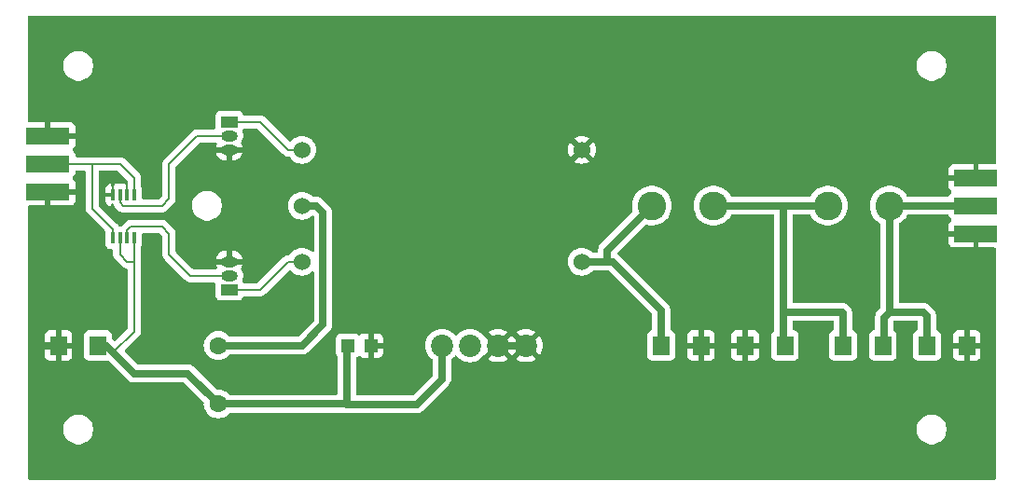
<source format=gbr>
G04 #@! TF.GenerationSoftware,KiCad,Pcbnew,8.0.4*
G04 #@! TF.CreationDate,2024-08-21T10:00:44-07:00*
G04 #@! TF.ProjectId,PA,50412e6b-6963-4616-945f-706362585858,rev?*
G04 #@! TF.SameCoordinates,Original*
G04 #@! TF.FileFunction,Copper,L1,Top*
G04 #@! TF.FilePolarity,Positive*
%FSLAX46Y46*%
G04 Gerber Fmt 4.6, Leading zero omitted, Abs format (unit mm)*
G04 Created by KiCad (PCBNEW 8.0.4) date 2024-08-21 10:00:44*
%MOMM*%
%LPD*%
G01*
G04 APERTURE LIST*
G04 #@! TA.AperFunction,SMDPad,CuDef*
%ADD10R,0.355600X1.028700*%
G04 #@! TD*
G04 #@! TA.AperFunction,SMDPad,CuDef*
%ADD11R,1.500000X1.800000*%
G04 #@! TD*
G04 #@! TA.AperFunction,SMDPad,CuDef*
%ADD12R,1.200000X1.200000*%
G04 #@! TD*
G04 #@! TA.AperFunction,SMDPad,CuDef*
%ADD13R,4.000000X1.500000*%
G04 #@! TD*
G04 #@! TA.AperFunction,ComponentPad*
%ADD14R,1.500000X1.000000*%
G04 #@! TD*
G04 #@! TA.AperFunction,ComponentPad*
%ADD15O,1.500000X1.000000*%
G04 #@! TD*
G04 #@! TA.AperFunction,ComponentPad*
%ADD16C,1.524000*%
G04 #@! TD*
G04 #@! TA.AperFunction,ComponentPad*
%ADD17C,2.020000*%
G04 #@! TD*
G04 #@! TA.AperFunction,ComponentPad*
%ADD18C,2.600000*%
G04 #@! TD*
G04 #@! TA.AperFunction,ComponentPad*
%ADD19C,1.600000*%
G04 #@! TD*
G04 #@! TA.AperFunction,ViaPad*
%ADD20C,0.600000*%
G04 #@! TD*
G04 #@! TA.AperFunction,Conductor*
%ADD21C,0.635000*%
G04 #@! TD*
G04 #@! TA.AperFunction,Conductor*
%ADD22C,0.200000*%
G04 #@! TD*
G04 APERTURE END LIST*
D10*
X172720000Y-92992849D03*
X172070002Y-92992849D03*
X171420000Y-92992849D03*
X170770002Y-92992849D03*
X170770002Y-96917149D03*
X171420000Y-96917149D03*
X172070002Y-96917149D03*
X172720000Y-96917149D03*
D11*
X165840000Y-106680000D03*
X169440000Y-106680000D03*
D12*
X192115000Y-106680000D03*
X194215000Y-106680000D03*
D11*
X237085000Y-106680000D03*
X240685000Y-106680000D03*
X244705000Y-106680000D03*
X248305000Y-106680000D03*
X231795000Y-106680000D03*
X228195000Y-106680000D03*
X220575000Y-106680000D03*
X224175000Y-106680000D03*
D13*
X249137150Y-93980000D03*
X249137150Y-91440000D03*
X249137150Y-96520000D03*
D14*
X181356000Y-86360000D03*
D15*
X181356000Y-87630000D03*
X181356000Y-88900000D03*
D14*
X181356000Y-101600000D03*
D15*
X181356000Y-100330000D03*
X181356000Y-99060000D03*
D16*
X187960000Y-88900000D03*
X187960000Y-93980000D03*
X187960000Y-99060000D03*
X213360000Y-88900000D03*
X213360000Y-99060000D03*
D17*
X200660000Y-106680000D03*
X203200000Y-106680000D03*
X205740000Y-106680000D03*
X208280000Y-106680000D03*
D18*
X219710000Y-93980000D03*
X225310000Y-93980000D03*
X235700000Y-93980000D03*
X241300000Y-93980000D03*
D19*
X180340000Y-111980000D03*
X180340000Y-106680000D03*
D13*
X164882850Y-90170000D03*
X164882850Y-92710000D03*
X164882850Y-87630000D03*
D20*
X187960000Y-104140000D03*
X182880000Y-104140000D03*
X177800000Y-104140000D03*
X208280000Y-91440000D03*
X182880000Y-114808000D03*
X208280000Y-81280000D03*
X218440000Y-109220000D03*
X203200000Y-101600000D03*
X198120000Y-106680000D03*
X228600000Y-99060000D03*
X243840000Y-88900000D03*
X208280000Y-114808000D03*
X213360000Y-81280000D03*
X233680000Y-114808000D03*
X233680000Y-109220000D03*
X172720000Y-81280000D03*
X248920000Y-109220000D03*
X233680000Y-81280000D03*
X233680000Y-85852000D03*
X198120000Y-85852000D03*
X218440000Y-114808000D03*
X178308000Y-97028000D03*
X198120000Y-101600000D03*
X213360000Y-109220000D03*
X178308000Y-90424000D03*
X231140000Y-90424000D03*
X198120000Y-81280000D03*
X226060000Y-109220000D03*
X226060000Y-104140000D03*
X193040000Y-101600000D03*
X208280000Y-101600000D03*
X208280000Y-85852000D03*
X203200000Y-85852000D03*
X213360000Y-93980000D03*
X198120000Y-96520000D03*
X193040000Y-114808000D03*
X198120000Y-114808000D03*
X238760000Y-114808000D03*
X218440000Y-104140000D03*
X177800000Y-81280000D03*
X213360000Y-104140000D03*
X248920000Y-88900000D03*
X228600000Y-114808000D03*
X208280000Y-96520000D03*
X182880000Y-81280000D03*
X238760000Y-85852000D03*
X193040000Y-96520000D03*
X203200000Y-114808000D03*
X213360000Y-114808000D03*
X218440000Y-85852000D03*
X203200000Y-81280000D03*
X198120000Y-91440000D03*
X233680000Y-99060000D03*
X172720000Y-114808000D03*
X248920000Y-104140000D03*
X167640000Y-99060000D03*
X228600000Y-85852000D03*
X193040000Y-91440000D03*
X248920000Y-99060000D03*
X223520000Y-114808000D03*
X193040000Y-85852000D03*
X242824000Y-109220000D03*
X228600000Y-81280000D03*
X203200000Y-91440000D03*
X187960000Y-81280000D03*
X183896000Y-93980000D03*
X177800000Y-114808000D03*
X223520000Y-81280000D03*
X203200000Y-96520000D03*
X187960000Y-114808000D03*
X170688000Y-91440000D03*
X238760000Y-81280000D03*
X218440000Y-81280000D03*
X223520000Y-85852000D03*
X172720000Y-85852000D03*
X193040000Y-81280000D03*
X243840000Y-99060000D03*
D21*
X244348000Y-103632000D02*
X244705000Y-103989000D01*
X244705000Y-103989000D02*
X244705000Y-106680000D01*
X244348000Y-103632000D02*
X241300000Y-103632000D01*
X241300000Y-103632000D02*
X240792000Y-104140000D01*
X240792000Y-104140000D02*
X240792000Y-106573000D01*
X240792000Y-106573000D02*
X240685000Y-106680000D01*
X237085000Y-106680000D02*
X237085000Y-103735000D01*
X237085000Y-103735000D02*
X236982000Y-103632000D01*
X236982000Y-103632000D02*
X231648000Y-103632000D01*
X220575000Y-106680000D02*
X220575000Y-103481000D01*
X216154000Y-99060000D02*
X215646000Y-99060000D01*
X220575000Y-103481000D02*
X216154000Y-99060000D01*
D22*
X170770002Y-92992849D02*
X170770002Y-91522002D01*
X170770002Y-91522002D02*
X170688000Y-91440000D01*
D21*
X165840000Y-106680000D02*
X164084000Y-106680000D01*
X169440000Y-106680000D02*
X170180000Y-106680000D01*
X170180000Y-106680000D02*
X170815000Y-107315000D01*
X177580000Y-109220000D02*
X180340000Y-111980000D01*
X170815000Y-107315000D02*
X172720000Y-109220000D01*
D22*
X170815000Y-107315000D02*
X172720000Y-105410000D01*
X172720000Y-105410000D02*
X172720000Y-99060000D01*
D21*
X172720000Y-109220000D02*
X177580000Y-109220000D01*
X198374000Y-112014000D02*
X192020000Y-112014000D01*
X192020000Y-106680000D02*
X192020000Y-112014000D01*
D22*
X172720000Y-96917149D02*
X172720000Y-99060000D01*
D21*
X192020000Y-112014000D02*
X191986000Y-111980000D01*
X200660000Y-109728000D02*
X198374000Y-112014000D01*
D22*
X172085000Y-99060000D02*
X172720000Y-99060000D01*
X171420000Y-96917149D02*
X171420000Y-98395000D01*
D21*
X191986000Y-111980000D02*
X180340000Y-111980000D01*
X200660000Y-106680000D02*
X200660000Y-109728000D01*
D22*
X171420000Y-98395000D02*
X172085000Y-99060000D01*
D21*
X205740000Y-106680000D02*
X208280000Y-106680000D01*
D22*
X172070002Y-92992849D02*
X172070002Y-91806002D01*
X172070002Y-91806002D02*
X171958000Y-91694000D01*
D21*
X213360000Y-99060000D02*
X215646000Y-99060000D01*
X215646000Y-99060000D02*
X215646000Y-98044000D01*
X215646000Y-98044000D02*
X219710000Y-93980000D01*
D22*
X164882850Y-90170000D02*
X163866850Y-90170000D01*
X170770002Y-96094002D02*
X168910000Y-94234000D01*
X172720000Y-91440000D02*
X171450000Y-90170000D01*
X168910000Y-94234000D02*
X168910000Y-90170000D01*
X171450000Y-90170000D02*
X168910000Y-90170000D01*
X168910000Y-90170000D02*
X164882850Y-90170000D01*
X172720000Y-92992849D02*
X172720000Y-91440000D01*
X170770002Y-96917149D02*
X170770002Y-96094002D01*
X181356000Y-86360000D02*
X184150000Y-86360000D01*
X186690000Y-88900000D02*
X187960000Y-88900000D01*
X184150000Y-86360000D02*
X186690000Y-88900000D01*
X175895000Y-93345000D02*
X175260000Y-93980000D01*
X171692801Y-93980000D02*
X171420000Y-93707199D01*
X175260000Y-93980000D02*
X171692801Y-93980000D01*
X171420000Y-93707199D02*
X171420000Y-92992849D01*
X175895000Y-90170000D02*
X175895000Y-93345000D01*
X178435000Y-87630000D02*
X175895000Y-90170000D01*
X181356000Y-87630000D02*
X178435000Y-87630000D01*
X184150000Y-101600000D02*
X186690000Y-99060000D01*
X186690000Y-99060000D02*
X187960000Y-99060000D01*
X181356000Y-101600000D02*
X184150000Y-101600000D01*
X177800000Y-100330000D02*
X175895000Y-98425000D01*
X175895000Y-98425000D02*
X175895000Y-96520000D01*
X181356000Y-100330000D02*
X177800000Y-100330000D01*
X172070002Y-96202799D02*
X172070002Y-96917149D01*
X175895000Y-96520000D02*
X175260000Y-95885000D01*
X175260000Y-95885000D02*
X172387801Y-95885000D01*
X172387801Y-95885000D02*
X172070002Y-96202799D01*
D21*
X187960000Y-93980000D02*
X189230000Y-93980000D01*
X187960000Y-106680000D02*
X189865000Y-104775000D01*
X180340000Y-106680000D02*
X187960000Y-106680000D01*
X189230000Y-93980000D02*
X189865000Y-94615000D01*
X189865000Y-94615000D02*
X189865000Y-104775000D01*
X231648000Y-103632000D02*
X231648000Y-93980000D01*
X231648000Y-106680000D02*
X231648000Y-103632000D01*
X225310000Y-93980000D02*
X231140000Y-93980000D01*
X231140000Y-93980000D02*
X235700000Y-93980000D01*
X241300000Y-93980000D02*
X241300000Y-103632000D01*
X241300000Y-93980000D02*
X248883150Y-93980000D01*
G04 #@! TA.AperFunction,Conductor*
G36*
X250895039Y-76727685D02*
G01*
X250940794Y-76780489D01*
X250952000Y-76832000D01*
X250952000Y-90066000D01*
X250932315Y-90133039D01*
X250879511Y-90178794D01*
X250828000Y-90190000D01*
X249387150Y-90190000D01*
X249387150Y-91566000D01*
X249367465Y-91633039D01*
X249314661Y-91678794D01*
X249263150Y-91690000D01*
X246637150Y-91690000D01*
X246637150Y-92237844D01*
X246643551Y-92297372D01*
X246643553Y-92297379D01*
X246693795Y-92432086D01*
X246693799Y-92432093D01*
X246779958Y-92547186D01*
X246864428Y-92610420D01*
X246906299Y-92666354D01*
X246911283Y-92736046D01*
X246877798Y-92797369D01*
X246864429Y-92808953D01*
X246779602Y-92872455D01*
X246693356Y-92987664D01*
X246693352Y-92987671D01*
X246658419Y-93081333D01*
X246616548Y-93137267D01*
X246551083Y-93161684D01*
X246542237Y-93162000D01*
X242978357Y-93162000D01*
X242911318Y-93142315D01*
X242870970Y-93100000D01*
X242860193Y-93081333D01*
X242791815Y-92962898D01*
X242623561Y-92751915D01*
X242623560Y-92751914D01*
X242623557Y-92751910D01*
X242425741Y-92568365D01*
X242283235Y-92471206D01*
X242202775Y-92416349D01*
X242202769Y-92416346D01*
X242202768Y-92416345D01*
X242202767Y-92416344D01*
X241959643Y-92299263D01*
X241959645Y-92299263D01*
X241701773Y-92219720D01*
X241701767Y-92219718D01*
X241434936Y-92179500D01*
X241434929Y-92179500D01*
X241165071Y-92179500D01*
X241165063Y-92179500D01*
X240898232Y-92219718D01*
X240898226Y-92219720D01*
X240640358Y-92299262D01*
X240397230Y-92416346D01*
X240174258Y-92568365D01*
X239976442Y-92751910D01*
X239808185Y-92962898D01*
X239673258Y-93196599D01*
X239673256Y-93196603D01*
X239574666Y-93447804D01*
X239574664Y-93447811D01*
X239514616Y-93710898D01*
X239494451Y-93979995D01*
X239494451Y-93980004D01*
X239514616Y-94249101D01*
X239574664Y-94512188D01*
X239574666Y-94512195D01*
X239654073Y-94714520D01*
X239673257Y-94763398D01*
X239808185Y-94997102D01*
X239880312Y-95087546D01*
X239976442Y-95208089D01*
X240128932Y-95349578D01*
X240174259Y-95391635D01*
X240397226Y-95543651D01*
X240411801Y-95550670D01*
X240463660Y-95597490D01*
X240482000Y-95662390D01*
X240482000Y-103241810D01*
X240462315Y-103308849D01*
X240445681Y-103329491D01*
X240156620Y-103618551D01*
X240156617Y-103618555D01*
X240067098Y-103752528D01*
X240067097Y-103752531D01*
X240040988Y-103815565D01*
X240040988Y-103815566D01*
X240005435Y-103901397D01*
X240005433Y-103901405D01*
X239974000Y-104059429D01*
X239974000Y-105158777D01*
X239954315Y-105225816D01*
X239901511Y-105271571D01*
X239863254Y-105282067D01*
X239827516Y-105285908D01*
X239692671Y-105336202D01*
X239692664Y-105336206D01*
X239577455Y-105422452D01*
X239577452Y-105422455D01*
X239491206Y-105537664D01*
X239491202Y-105537671D01*
X239440908Y-105672517D01*
X239434501Y-105732116D01*
X239434501Y-105732123D01*
X239434500Y-105732135D01*
X239434500Y-107627870D01*
X239434501Y-107627876D01*
X239440908Y-107687483D01*
X239491202Y-107822328D01*
X239491206Y-107822335D01*
X239577452Y-107937544D01*
X239577455Y-107937547D01*
X239692664Y-108023793D01*
X239692671Y-108023797D01*
X239827517Y-108074091D01*
X239827516Y-108074091D01*
X239834444Y-108074835D01*
X239887127Y-108080500D01*
X241482872Y-108080499D01*
X241542483Y-108074091D01*
X241677331Y-108023796D01*
X241792546Y-107937546D01*
X241878796Y-107822331D01*
X241929091Y-107687483D01*
X241935500Y-107627873D01*
X241935499Y-105732128D01*
X241929091Y-105672517D01*
X241917628Y-105641784D01*
X241878797Y-105537671D01*
X241878793Y-105537664D01*
X241792547Y-105422455D01*
X241792544Y-105422452D01*
X241677329Y-105336202D01*
X241674568Y-105334694D01*
X241672343Y-105332469D01*
X241670231Y-105330888D01*
X241670458Y-105330584D01*
X241625165Y-105285287D01*
X241610000Y-105225865D01*
X241610000Y-104574000D01*
X241629685Y-104506961D01*
X241682489Y-104461206D01*
X241734000Y-104450000D01*
X243763000Y-104450000D01*
X243830039Y-104469685D01*
X243875794Y-104522489D01*
X243887000Y-104574000D01*
X243887000Y-105185087D01*
X243867315Y-105252126D01*
X243814511Y-105297881D01*
X243806333Y-105301269D01*
X243712671Y-105336202D01*
X243712664Y-105336206D01*
X243597455Y-105422452D01*
X243597452Y-105422455D01*
X243511206Y-105537664D01*
X243511202Y-105537671D01*
X243460908Y-105672517D01*
X243454501Y-105732116D01*
X243454501Y-105732123D01*
X243454500Y-105732135D01*
X243454500Y-107627870D01*
X243454501Y-107627876D01*
X243460908Y-107687483D01*
X243511202Y-107822328D01*
X243511206Y-107822335D01*
X243597452Y-107937544D01*
X243597455Y-107937547D01*
X243712664Y-108023793D01*
X243712671Y-108023797D01*
X243847517Y-108074091D01*
X243847516Y-108074091D01*
X243854444Y-108074835D01*
X243907127Y-108080500D01*
X245502872Y-108080499D01*
X245562483Y-108074091D01*
X245697331Y-108023796D01*
X245812546Y-107937546D01*
X245898796Y-107822331D01*
X245949091Y-107687483D01*
X245955500Y-107627873D01*
X245955500Y-107627844D01*
X247055000Y-107627844D01*
X247061401Y-107687372D01*
X247061403Y-107687379D01*
X247111645Y-107822086D01*
X247111649Y-107822093D01*
X247197809Y-107937187D01*
X247197812Y-107937190D01*
X247312906Y-108023350D01*
X247312913Y-108023354D01*
X247447620Y-108073596D01*
X247447627Y-108073598D01*
X247507155Y-108079999D01*
X247507172Y-108080000D01*
X248055000Y-108080000D01*
X248555000Y-108080000D01*
X249102828Y-108080000D01*
X249102844Y-108079999D01*
X249162372Y-108073598D01*
X249162379Y-108073596D01*
X249297086Y-108023354D01*
X249297093Y-108023350D01*
X249412187Y-107937190D01*
X249412190Y-107937187D01*
X249498350Y-107822093D01*
X249498354Y-107822086D01*
X249548596Y-107687379D01*
X249548598Y-107687372D01*
X249554999Y-107627844D01*
X249555000Y-107627827D01*
X249555000Y-106930000D01*
X248555000Y-106930000D01*
X248555000Y-108080000D01*
X248055000Y-108080000D01*
X248055000Y-106930000D01*
X247055000Y-106930000D01*
X247055000Y-107627844D01*
X245955500Y-107627844D01*
X245955499Y-105732155D01*
X247055000Y-105732155D01*
X247055000Y-106430000D01*
X248055000Y-106430000D01*
X248555000Y-106430000D01*
X249555000Y-106430000D01*
X249555000Y-105732172D01*
X249554999Y-105732155D01*
X249548598Y-105672627D01*
X249548596Y-105672620D01*
X249498354Y-105537913D01*
X249498350Y-105537906D01*
X249412190Y-105422812D01*
X249412187Y-105422809D01*
X249297093Y-105336649D01*
X249297086Y-105336645D01*
X249162379Y-105286403D01*
X249162372Y-105286401D01*
X249102844Y-105280000D01*
X248555000Y-105280000D01*
X248555000Y-106430000D01*
X248055000Y-106430000D01*
X248055000Y-105280000D01*
X247507155Y-105280000D01*
X247447627Y-105286401D01*
X247447620Y-105286403D01*
X247312913Y-105336645D01*
X247312906Y-105336649D01*
X247197812Y-105422809D01*
X247197809Y-105422812D01*
X247111649Y-105537906D01*
X247111645Y-105537913D01*
X247061403Y-105672620D01*
X247061401Y-105672627D01*
X247055000Y-105732155D01*
X245955499Y-105732155D01*
X245955499Y-105732128D01*
X245949091Y-105672517D01*
X245937628Y-105641784D01*
X245898797Y-105537671D01*
X245898793Y-105537664D01*
X245812547Y-105422455D01*
X245812544Y-105422452D01*
X245697335Y-105336206D01*
X245697328Y-105336202D01*
X245603667Y-105301269D01*
X245547733Y-105259398D01*
X245523316Y-105193933D01*
X245523000Y-105185087D01*
X245523000Y-103908433D01*
X245522999Y-103908429D01*
X245521600Y-103901397D01*
X245491565Y-103750398D01*
X245432228Y-103607149D01*
X245430584Y-103602551D01*
X245340382Y-103467554D01*
X244869448Y-102996620D01*
X244869444Y-102996617D01*
X244735474Y-102907100D01*
X244735461Y-102907093D01*
X244586606Y-102845436D01*
X244586594Y-102845433D01*
X244428570Y-102814000D01*
X244428566Y-102814000D01*
X242242000Y-102814000D01*
X242174961Y-102794315D01*
X242129206Y-102741511D01*
X242118000Y-102690000D01*
X242118000Y-97317844D01*
X246637150Y-97317844D01*
X246643551Y-97377372D01*
X246643553Y-97377379D01*
X246693795Y-97512086D01*
X246693799Y-97512093D01*
X246779959Y-97627187D01*
X246779962Y-97627190D01*
X246895056Y-97713350D01*
X246895063Y-97713354D01*
X247029770Y-97763596D01*
X247029777Y-97763598D01*
X247089305Y-97769999D01*
X247089322Y-97770000D01*
X248887150Y-97770000D01*
X248887150Y-96770000D01*
X246637150Y-96770000D01*
X246637150Y-97317844D01*
X242118000Y-97317844D01*
X242118000Y-95662390D01*
X242137685Y-95595351D01*
X242188201Y-95550668D01*
X242202775Y-95543651D01*
X242425741Y-95391635D01*
X242599403Y-95230500D01*
X242623557Y-95208089D01*
X242623557Y-95208087D01*
X242623561Y-95208085D01*
X242791815Y-94997102D01*
X242870971Y-94859999D01*
X242921537Y-94811785D01*
X242978357Y-94798000D01*
X246542237Y-94798000D01*
X246609276Y-94817685D01*
X246655031Y-94870489D01*
X246658419Y-94878667D01*
X246693352Y-94972328D01*
X246693356Y-94972335D01*
X246779602Y-95087544D01*
X246779605Y-95087547D01*
X246864428Y-95151046D01*
X246906299Y-95206979D01*
X246911283Y-95276671D01*
X246877797Y-95337994D01*
X246864429Y-95349578D01*
X246779959Y-95412812D01*
X246693799Y-95527906D01*
X246693795Y-95527913D01*
X246643553Y-95662620D01*
X246643551Y-95662627D01*
X246637150Y-95722155D01*
X246637150Y-96270000D01*
X249263150Y-96270000D01*
X249330189Y-96289685D01*
X249375944Y-96342489D01*
X249387150Y-96394000D01*
X249387150Y-97770000D01*
X250828000Y-97770000D01*
X250895039Y-97789685D01*
X250940794Y-97842489D01*
X250952000Y-97894000D01*
X250952000Y-118748000D01*
X250932315Y-118815039D01*
X250879511Y-118860794D01*
X250828000Y-118872000D01*
X163192000Y-118872000D01*
X163124961Y-118852315D01*
X163079206Y-118799511D01*
X163068000Y-118748000D01*
X163068000Y-114193713D01*
X166289500Y-114193713D01*
X166289500Y-114406286D01*
X166322753Y-114616239D01*
X166388444Y-114818414D01*
X166484951Y-115007820D01*
X166609890Y-115179786D01*
X166760213Y-115330109D01*
X166932179Y-115455048D01*
X166932181Y-115455049D01*
X166932184Y-115455051D01*
X167121588Y-115551557D01*
X167323757Y-115617246D01*
X167533713Y-115650500D01*
X167533714Y-115650500D01*
X167746286Y-115650500D01*
X167746287Y-115650500D01*
X167956243Y-115617246D01*
X168158412Y-115551557D01*
X168347816Y-115455051D01*
X168369789Y-115439086D01*
X168519786Y-115330109D01*
X168519788Y-115330106D01*
X168519792Y-115330104D01*
X168670104Y-115179792D01*
X168670106Y-115179788D01*
X168670109Y-115179786D01*
X168795048Y-115007820D01*
X168795047Y-115007820D01*
X168795051Y-115007816D01*
X168891557Y-114818412D01*
X168957246Y-114616243D01*
X168990500Y-114406287D01*
X168990500Y-114193713D01*
X243759500Y-114193713D01*
X243759500Y-114406286D01*
X243792753Y-114616239D01*
X243858444Y-114818414D01*
X243954951Y-115007820D01*
X244079890Y-115179786D01*
X244230213Y-115330109D01*
X244402179Y-115455048D01*
X244402181Y-115455049D01*
X244402184Y-115455051D01*
X244591588Y-115551557D01*
X244793757Y-115617246D01*
X245003713Y-115650500D01*
X245003714Y-115650500D01*
X245216286Y-115650500D01*
X245216287Y-115650500D01*
X245426243Y-115617246D01*
X245628412Y-115551557D01*
X245817816Y-115455051D01*
X245839789Y-115439086D01*
X245989786Y-115330109D01*
X245989788Y-115330106D01*
X245989792Y-115330104D01*
X246140104Y-115179792D01*
X246140106Y-115179788D01*
X246140109Y-115179786D01*
X246265048Y-115007820D01*
X246265047Y-115007820D01*
X246265051Y-115007816D01*
X246361557Y-114818412D01*
X246427246Y-114616243D01*
X246460500Y-114406287D01*
X246460500Y-114193713D01*
X246427246Y-113983757D01*
X246361557Y-113781588D01*
X246265051Y-113592184D01*
X246265049Y-113592181D01*
X246265048Y-113592179D01*
X246140109Y-113420213D01*
X245989786Y-113269890D01*
X245817820Y-113144951D01*
X245628414Y-113048444D01*
X245628413Y-113048443D01*
X245628412Y-113048443D01*
X245426243Y-112982754D01*
X245426241Y-112982753D01*
X245426240Y-112982753D01*
X245264957Y-112957208D01*
X245216287Y-112949500D01*
X245003713Y-112949500D01*
X244955042Y-112957208D01*
X244793760Y-112982753D01*
X244591585Y-113048444D01*
X244402179Y-113144951D01*
X244230213Y-113269890D01*
X244079890Y-113420213D01*
X243954951Y-113592179D01*
X243858444Y-113781585D01*
X243792753Y-113983760D01*
X243759500Y-114193713D01*
X168990500Y-114193713D01*
X168957246Y-113983757D01*
X168891557Y-113781588D01*
X168795051Y-113592184D01*
X168795049Y-113592181D01*
X168795048Y-113592179D01*
X168670109Y-113420213D01*
X168519786Y-113269890D01*
X168347820Y-113144951D01*
X168158414Y-113048444D01*
X168158413Y-113048443D01*
X168158412Y-113048443D01*
X167956243Y-112982754D01*
X167956241Y-112982753D01*
X167956240Y-112982753D01*
X167794957Y-112957208D01*
X167746287Y-112949500D01*
X167533713Y-112949500D01*
X167485042Y-112957208D01*
X167323760Y-112982753D01*
X167121585Y-113048444D01*
X166932179Y-113144951D01*
X166760213Y-113269890D01*
X166609890Y-113420213D01*
X166484951Y-113592179D01*
X166388444Y-113781585D01*
X166322753Y-113983760D01*
X166289500Y-114193713D01*
X163068000Y-114193713D01*
X163068000Y-107627844D01*
X164590000Y-107627844D01*
X164596401Y-107687372D01*
X164596403Y-107687379D01*
X164646645Y-107822086D01*
X164646649Y-107822093D01*
X164732809Y-107937187D01*
X164732812Y-107937190D01*
X164847906Y-108023350D01*
X164847913Y-108023354D01*
X164982620Y-108073596D01*
X164982627Y-108073598D01*
X165042155Y-108079999D01*
X165042172Y-108080000D01*
X165590000Y-108080000D01*
X166090000Y-108080000D01*
X166637828Y-108080000D01*
X166637844Y-108079999D01*
X166697372Y-108073598D01*
X166697379Y-108073596D01*
X166832086Y-108023354D01*
X166832093Y-108023350D01*
X166947187Y-107937190D01*
X166947190Y-107937187D01*
X167033350Y-107822093D01*
X167033354Y-107822086D01*
X167083596Y-107687379D01*
X167083598Y-107687372D01*
X167089999Y-107627844D01*
X167090000Y-107627827D01*
X167090000Y-106930000D01*
X166090000Y-106930000D01*
X166090000Y-108080000D01*
X165590000Y-108080000D01*
X165590000Y-106930000D01*
X164590000Y-106930000D01*
X164590000Y-107627844D01*
X163068000Y-107627844D01*
X163068000Y-105732155D01*
X164590000Y-105732155D01*
X164590000Y-106430000D01*
X165590000Y-106430000D01*
X166090000Y-106430000D01*
X167090000Y-106430000D01*
X167090000Y-105732172D01*
X167089999Y-105732155D01*
X167083598Y-105672627D01*
X167083596Y-105672620D01*
X167033354Y-105537913D01*
X167033350Y-105537906D01*
X166947190Y-105422812D01*
X166947187Y-105422809D01*
X166832093Y-105336649D01*
X166832086Y-105336645D01*
X166697379Y-105286403D01*
X166697372Y-105286401D01*
X166637844Y-105280000D01*
X166090000Y-105280000D01*
X166090000Y-106430000D01*
X165590000Y-106430000D01*
X165590000Y-105280000D01*
X165042155Y-105280000D01*
X164982627Y-105286401D01*
X164982620Y-105286403D01*
X164847913Y-105336645D01*
X164847906Y-105336649D01*
X164732812Y-105422809D01*
X164732809Y-105422812D01*
X164646649Y-105537906D01*
X164646645Y-105537913D01*
X164596403Y-105672620D01*
X164596401Y-105672627D01*
X164590000Y-105732155D01*
X163068000Y-105732155D01*
X163068000Y-94084000D01*
X163087685Y-94016961D01*
X163140489Y-93971206D01*
X163192000Y-93960000D01*
X164632850Y-93960000D01*
X165132850Y-93960000D01*
X166930678Y-93960000D01*
X166930694Y-93959999D01*
X166990222Y-93953598D01*
X166990229Y-93953596D01*
X167124936Y-93903354D01*
X167124943Y-93903350D01*
X167240037Y-93817190D01*
X167240040Y-93817187D01*
X167326200Y-93702093D01*
X167326204Y-93702086D01*
X167376446Y-93567379D01*
X167376448Y-93567372D01*
X167382849Y-93507844D01*
X167382850Y-93507827D01*
X167382850Y-92960000D01*
X165132850Y-92960000D01*
X165132850Y-93960000D01*
X164632850Y-93960000D01*
X164632850Y-92584000D01*
X164652535Y-92516961D01*
X164705339Y-92471206D01*
X164756850Y-92460000D01*
X167382850Y-92460000D01*
X167382850Y-91912172D01*
X167382849Y-91912155D01*
X167376448Y-91852627D01*
X167376446Y-91852620D01*
X167326204Y-91717913D01*
X167326200Y-91717906D01*
X167240040Y-91602813D01*
X167155571Y-91539579D01*
X167113700Y-91483645D01*
X167108716Y-91413953D01*
X167142201Y-91352630D01*
X167155562Y-91341052D01*
X167240396Y-91277546D01*
X167326646Y-91162331D01*
X167376941Y-91027483D01*
X167383350Y-90967873D01*
X167383350Y-90894500D01*
X167403035Y-90827461D01*
X167455839Y-90781706D01*
X167507350Y-90770500D01*
X168185500Y-90770500D01*
X168252539Y-90790185D01*
X168298294Y-90842989D01*
X168309500Y-90894500D01*
X168309500Y-94147330D01*
X168309499Y-94147348D01*
X168309499Y-94313054D01*
X168309498Y-94313054D01*
X168350423Y-94465785D01*
X168371010Y-94501441D01*
X168371011Y-94501445D01*
X168429475Y-94602709D01*
X168429481Y-94602717D01*
X168548349Y-94721585D01*
X168548355Y-94721590D01*
X170058487Y-96231722D01*
X170091972Y-96293045D01*
X170094096Y-96332653D01*
X170091702Y-96354921D01*
X170091702Y-97479369D01*
X170091703Y-97479375D01*
X170098110Y-97538982D01*
X170148404Y-97673827D01*
X170148408Y-97673834D01*
X170234654Y-97789043D01*
X170234657Y-97789046D01*
X170349866Y-97875292D01*
X170349873Y-97875296D01*
X170394820Y-97892060D01*
X170484719Y-97925590D01*
X170544329Y-97931999D01*
X170695500Y-97931998D01*
X170762539Y-97951682D01*
X170808294Y-98004486D01*
X170819500Y-98055998D01*
X170819500Y-98308330D01*
X170819499Y-98308348D01*
X170819499Y-98474054D01*
X170819498Y-98474054D01*
X170819499Y-98474057D01*
X170860361Y-98626554D01*
X170860424Y-98626787D01*
X170869468Y-98642451D01*
X170869469Y-98642453D01*
X170939477Y-98763712D01*
X170939481Y-98763717D01*
X171058349Y-98882585D01*
X171058355Y-98882590D01*
X171600139Y-99424374D01*
X171600149Y-99424385D01*
X171604479Y-99428715D01*
X171604480Y-99428716D01*
X171716284Y-99540520D01*
X171803095Y-99590639D01*
X171803097Y-99590641D01*
X171841151Y-99612611D01*
X171853215Y-99619577D01*
X172005943Y-99660501D01*
X172005945Y-99660501D01*
X172011687Y-99661257D01*
X172075583Y-99689525D01*
X172114053Y-99747849D01*
X172119500Y-99784196D01*
X172119500Y-105109902D01*
X172099815Y-105176941D01*
X172083181Y-105197583D01*
X171056476Y-106224287D01*
X170995153Y-106257772D01*
X170925461Y-106252788D01*
X170881114Y-106224287D01*
X170726818Y-106069991D01*
X170693333Y-106008668D01*
X170690499Y-105982310D01*
X170690499Y-105732129D01*
X170690498Y-105732123D01*
X170690497Y-105732116D01*
X170684091Y-105672517D01*
X170672628Y-105641784D01*
X170633797Y-105537671D01*
X170633793Y-105537664D01*
X170547547Y-105422455D01*
X170547544Y-105422452D01*
X170432335Y-105336206D01*
X170432328Y-105336202D01*
X170297482Y-105285908D01*
X170297483Y-105285908D01*
X170237883Y-105279501D01*
X170237881Y-105279500D01*
X170237873Y-105279500D01*
X170237864Y-105279500D01*
X168642129Y-105279500D01*
X168642123Y-105279501D01*
X168582516Y-105285908D01*
X168447671Y-105336202D01*
X168447664Y-105336206D01*
X168332455Y-105422452D01*
X168332452Y-105422455D01*
X168246206Y-105537664D01*
X168246202Y-105537671D01*
X168195908Y-105672517D01*
X168189501Y-105732116D01*
X168189501Y-105732123D01*
X168189500Y-105732135D01*
X168189500Y-107627870D01*
X168189501Y-107627876D01*
X168195908Y-107687483D01*
X168246202Y-107822328D01*
X168246206Y-107822335D01*
X168332452Y-107937544D01*
X168332455Y-107937547D01*
X168447664Y-108023793D01*
X168447671Y-108023797D01*
X168582517Y-108074091D01*
X168582516Y-108074091D01*
X168589444Y-108074835D01*
X168642127Y-108080500D01*
X170237872Y-108080499D01*
X170297483Y-108074091D01*
X170310057Y-108069400D01*
X170379748Y-108064415D01*
X170441072Y-108097899D01*
X170441074Y-108097901D01*
X172080277Y-109737103D01*
X172080287Y-109737114D01*
X172084617Y-109741444D01*
X172084618Y-109741445D01*
X172198555Y-109855382D01*
X172252216Y-109891236D01*
X172252218Y-109891238D01*
X172252219Y-109891238D01*
X172332532Y-109944903D01*
X172406963Y-109975732D01*
X172406964Y-109975733D01*
X172406965Y-109975733D01*
X172481398Y-110006565D01*
X172639429Y-110037999D01*
X172639433Y-110038000D01*
X172639434Y-110038000D01*
X177189811Y-110038000D01*
X177256850Y-110057685D01*
X177277492Y-110074319D01*
X179005603Y-111802430D01*
X179039088Y-111863753D01*
X179041450Y-111900917D01*
X179034532Y-111979996D01*
X179034532Y-111980001D01*
X179054364Y-112206686D01*
X179054366Y-112206697D01*
X179113258Y-112426488D01*
X179113261Y-112426497D01*
X179209431Y-112632732D01*
X179209432Y-112632734D01*
X179339954Y-112819141D01*
X179500858Y-112980045D01*
X179504727Y-112982754D01*
X179687266Y-113110568D01*
X179893504Y-113206739D01*
X180113308Y-113265635D01*
X180275230Y-113279801D01*
X180339998Y-113285468D01*
X180340000Y-113285468D01*
X180340002Y-113285468D01*
X180396673Y-113280509D01*
X180566692Y-113265635D01*
X180786496Y-113206739D01*
X180992734Y-113110568D01*
X181179139Y-112980047D01*
X181324868Y-112834317D01*
X181386189Y-112800834D01*
X181412548Y-112798000D01*
X191756289Y-112798000D01*
X191780480Y-112800383D01*
X191939429Y-112831999D01*
X191939433Y-112832000D01*
X191939434Y-112832000D01*
X198454567Y-112832000D01*
X198454568Y-112831999D01*
X198612602Y-112800565D01*
X198687035Y-112769733D01*
X198761468Y-112738903D01*
X198895445Y-112649382D01*
X201295382Y-110249445D01*
X201384902Y-110115468D01*
X201446565Y-109966602D01*
X201478000Y-109808566D01*
X201478000Y-108019728D01*
X201497685Y-107952689D01*
X201537211Y-107914000D01*
X201550595Y-107905799D01*
X201731388Y-107751388D01*
X201835710Y-107629242D01*
X201894217Y-107591049D01*
X201964084Y-107590550D01*
X202023131Y-107627904D01*
X202024290Y-107629242D01*
X202128612Y-107751388D01*
X202211673Y-107822328D01*
X202309402Y-107905797D01*
X202309404Y-107905798D01*
X202309405Y-107905799D01*
X202320187Y-107912406D01*
X202512126Y-108030027D01*
X202539948Y-108041551D01*
X202731786Y-108121013D01*
X202962975Y-108176517D01*
X203200000Y-108195171D01*
X203437025Y-108176517D01*
X203668214Y-108121013D01*
X203887873Y-108030027D01*
X204090595Y-107905799D01*
X204271388Y-107751388D01*
X204399372Y-107601536D01*
X204457877Y-107563345D01*
X204507447Y-107558998D01*
X205248871Y-106817574D01*
X205264755Y-106876853D01*
X205331898Y-106993147D01*
X205426853Y-107088102D01*
X205543147Y-107155245D01*
X205602424Y-107171128D01*
X204861145Y-107912406D01*
X205052355Y-108029580D01*
X205052358Y-108029582D01*
X205271944Y-108120537D01*
X205503057Y-108176021D01*
X205503056Y-108176021D01*
X205740000Y-108194668D01*
X205976943Y-108176021D01*
X206208055Y-108120537D01*
X206427641Y-108029582D01*
X206427644Y-108029580D01*
X206618853Y-107912406D01*
X205877575Y-107171127D01*
X205936853Y-107155245D01*
X206053147Y-107088102D01*
X206148102Y-106993147D01*
X206215245Y-106876853D01*
X206231128Y-106817575D01*
X206972406Y-107558853D01*
X206995424Y-107556129D01*
X207024574Y-107556129D01*
X207047591Y-107558853D01*
X207788871Y-106817574D01*
X207804755Y-106876853D01*
X207871898Y-106993147D01*
X207966853Y-107088102D01*
X208083147Y-107155245D01*
X208142424Y-107171128D01*
X207401145Y-107912406D01*
X207592355Y-108029580D01*
X207592358Y-108029582D01*
X207811944Y-108120537D01*
X208043057Y-108176021D01*
X208043056Y-108176021D01*
X208280000Y-108194668D01*
X208516943Y-108176021D01*
X208748055Y-108120537D01*
X208967641Y-108029582D01*
X208967644Y-108029580D01*
X209158853Y-107912406D01*
X208417575Y-107171127D01*
X208476853Y-107155245D01*
X208593147Y-107088102D01*
X208688102Y-106993147D01*
X208755245Y-106876853D01*
X208771128Y-106817575D01*
X209512406Y-107558853D01*
X209629580Y-107367644D01*
X209629582Y-107367641D01*
X209720537Y-107148055D01*
X209776021Y-106916943D01*
X209794668Y-106680000D01*
X209776021Y-106443056D01*
X209720537Y-106211944D01*
X209629582Y-105992358D01*
X209629580Y-105992355D01*
X209512406Y-105801145D01*
X208771127Y-106542423D01*
X208755245Y-106483147D01*
X208688102Y-106366853D01*
X208593147Y-106271898D01*
X208476853Y-106204755D01*
X208417574Y-106188871D01*
X209158853Y-105447592D01*
X208967644Y-105330419D01*
X208967641Y-105330417D01*
X208748055Y-105239462D01*
X208516942Y-105183978D01*
X208516943Y-105183978D01*
X208280000Y-105165331D01*
X208043056Y-105183978D01*
X207811944Y-105239462D01*
X207592366Y-105330414D01*
X207592357Y-105330419D01*
X207401145Y-105447592D01*
X208142425Y-106188871D01*
X208083147Y-106204755D01*
X207966853Y-106271898D01*
X207871898Y-106366853D01*
X207804755Y-106483147D01*
X207788871Y-106542424D01*
X207047592Y-105801145D01*
X207024573Y-105803870D01*
X206995425Y-105803870D01*
X206972406Y-105801145D01*
X206231127Y-106542423D01*
X206215245Y-106483147D01*
X206148102Y-106366853D01*
X206053147Y-106271898D01*
X205936853Y-106204755D01*
X205877574Y-106188871D01*
X206618853Y-105447592D01*
X206427644Y-105330419D01*
X206427641Y-105330417D01*
X206208055Y-105239462D01*
X205976942Y-105183978D01*
X205976943Y-105183978D01*
X205740000Y-105165331D01*
X205503056Y-105183978D01*
X205271944Y-105239462D01*
X205052366Y-105330414D01*
X205052357Y-105330419D01*
X204861145Y-105447592D01*
X205602425Y-106188871D01*
X205543147Y-106204755D01*
X205426853Y-106271898D01*
X205331898Y-106366853D01*
X205264755Y-106483147D01*
X205248871Y-106542424D01*
X204507370Y-105800923D01*
X204439347Y-105789401D01*
X204399371Y-105758461D01*
X204354807Y-105706284D01*
X204271388Y-105608612D01*
X204172548Y-105524195D01*
X204090597Y-105454202D01*
X204090592Y-105454199D01*
X203887873Y-105329972D01*
X203699934Y-105252126D01*
X203668214Y-105238987D01*
X203437025Y-105183483D01*
X203437023Y-105183482D01*
X203437020Y-105183482D01*
X203200000Y-105164829D01*
X202962979Y-105183482D01*
X202962975Y-105183483D01*
X202731786Y-105238987D01*
X202731784Y-105238987D01*
X202731783Y-105238988D01*
X202512126Y-105329972D01*
X202309407Y-105454199D01*
X202309402Y-105454202D01*
X202128612Y-105608612D01*
X202024290Y-105730757D01*
X201965783Y-105768950D01*
X201895915Y-105769448D01*
X201836869Y-105732094D01*
X201835710Y-105730757D01*
X201759719Y-105641784D01*
X201731388Y-105608612D01*
X201632548Y-105524195D01*
X201550597Y-105454202D01*
X201550592Y-105454199D01*
X201347873Y-105329972D01*
X201159934Y-105252126D01*
X201128214Y-105238987D01*
X200897025Y-105183483D01*
X200897023Y-105183482D01*
X200897020Y-105183482D01*
X200660000Y-105164829D01*
X200422979Y-105183482D01*
X200422975Y-105183483D01*
X200191786Y-105238987D01*
X200191784Y-105238987D01*
X200191783Y-105238988D01*
X199972126Y-105329972D01*
X199769407Y-105454199D01*
X199769402Y-105454202D01*
X199588612Y-105608612D01*
X199434204Y-105789401D01*
X199434199Y-105789407D01*
X199309972Y-105992126D01*
X199236295Y-106170000D01*
X199218987Y-106211786D01*
X199213773Y-106233504D01*
X199163482Y-106442979D01*
X199144829Y-106680000D01*
X199163482Y-106917020D01*
X199163482Y-106917023D01*
X199163483Y-106917025D01*
X199218987Y-107148214D01*
X199218988Y-107148216D01*
X199309972Y-107367873D01*
X199434199Y-107570592D01*
X199434202Y-107570597D01*
X199491382Y-107637546D01*
X199588612Y-107751388D01*
X199769405Y-107905799D01*
X199782787Y-107913999D01*
X199829663Y-107965808D01*
X199842000Y-108019728D01*
X199842000Y-109337811D01*
X199822315Y-109404850D01*
X199805681Y-109425492D01*
X198071492Y-111159681D01*
X198010169Y-111193166D01*
X197983811Y-111196000D01*
X192962000Y-111196000D01*
X192894961Y-111176315D01*
X192849206Y-111123511D01*
X192838000Y-111072000D01*
X192838000Y-107854398D01*
X192857685Y-107787359D01*
X192910489Y-107741604D01*
X192918649Y-107738223D01*
X192957331Y-107723796D01*
X193072546Y-107637546D01*
X193072548Y-107637542D01*
X193077676Y-107632416D01*
X193138999Y-107598931D01*
X193208691Y-107603915D01*
X193253038Y-107632416D01*
X193257812Y-107637190D01*
X193372906Y-107723350D01*
X193372913Y-107723354D01*
X193507620Y-107773596D01*
X193507627Y-107773598D01*
X193567155Y-107779999D01*
X193567172Y-107780000D01*
X193965000Y-107780000D01*
X194465000Y-107780000D01*
X194862828Y-107780000D01*
X194862844Y-107779999D01*
X194922372Y-107773598D01*
X194922379Y-107773596D01*
X195057086Y-107723354D01*
X195057093Y-107723350D01*
X195172187Y-107637190D01*
X195172190Y-107637187D01*
X195258350Y-107522093D01*
X195258354Y-107522086D01*
X195308596Y-107387379D01*
X195308598Y-107387372D01*
X195314999Y-107327844D01*
X195315000Y-107327827D01*
X195315000Y-106930000D01*
X194465000Y-106930000D01*
X194465000Y-107780000D01*
X193965000Y-107780000D01*
X193965000Y-106430000D01*
X194465000Y-106430000D01*
X195315000Y-106430000D01*
X195315000Y-106032172D01*
X195314999Y-106032155D01*
X195308598Y-105972627D01*
X195308596Y-105972620D01*
X195258354Y-105837913D01*
X195258350Y-105837906D01*
X195172190Y-105722812D01*
X195172187Y-105722809D01*
X195057093Y-105636649D01*
X195057086Y-105636645D01*
X194922379Y-105586403D01*
X194922372Y-105586401D01*
X194862844Y-105580000D01*
X194465000Y-105580000D01*
X194465000Y-106430000D01*
X193965000Y-106430000D01*
X193965000Y-105580000D01*
X193567155Y-105580000D01*
X193507627Y-105586401D01*
X193507620Y-105586403D01*
X193372913Y-105636645D01*
X193372906Y-105636649D01*
X193257812Y-105722809D01*
X193253038Y-105727584D01*
X193191715Y-105761069D01*
X193122023Y-105756085D01*
X193077676Y-105727584D01*
X193072544Y-105722452D01*
X192957335Y-105636206D01*
X192957328Y-105636202D01*
X192822482Y-105585908D01*
X192822483Y-105585908D01*
X192762883Y-105579501D01*
X192762881Y-105579500D01*
X192762873Y-105579500D01*
X192762864Y-105579500D01*
X191467129Y-105579500D01*
X191467123Y-105579501D01*
X191407516Y-105585908D01*
X191272671Y-105636202D01*
X191272664Y-105636206D01*
X191157455Y-105722452D01*
X191157452Y-105722455D01*
X191071206Y-105837664D01*
X191071202Y-105837671D01*
X191020908Y-105972517D01*
X191014501Y-106032116D01*
X191014500Y-106032135D01*
X191014500Y-107327870D01*
X191014501Y-107327876D01*
X191020908Y-107387483D01*
X191071202Y-107522328D01*
X191071206Y-107522335D01*
X191157452Y-107637544D01*
X191163725Y-107643817D01*
X191161529Y-107646012D01*
X191194178Y-107689619D01*
X191202000Y-107732962D01*
X191202000Y-111038000D01*
X191182315Y-111105039D01*
X191129511Y-111150794D01*
X191078000Y-111162000D01*
X181412548Y-111162000D01*
X181345509Y-111142315D01*
X181324871Y-111125685D01*
X181179139Y-110979953D01*
X181179138Y-110979952D01*
X181179137Y-110979951D01*
X180992734Y-110849432D01*
X180992732Y-110849431D01*
X180786497Y-110753261D01*
X180786488Y-110753258D01*
X180566697Y-110694366D01*
X180566693Y-110694365D01*
X180566692Y-110694365D01*
X180566691Y-110694364D01*
X180566686Y-110694364D01*
X180340002Y-110674532D01*
X180339997Y-110674532D01*
X180260917Y-110681450D01*
X180192418Y-110667683D01*
X180162430Y-110645603D01*
X178101448Y-108584620D01*
X178101444Y-108584617D01*
X177967474Y-108495100D01*
X177967461Y-108495093D01*
X177818606Y-108433436D01*
X177818594Y-108433433D01*
X177660570Y-108402000D01*
X177660566Y-108402000D01*
X173110188Y-108402000D01*
X173043149Y-108382315D01*
X173022507Y-108365681D01*
X171905711Y-107248885D01*
X171872226Y-107187562D01*
X171877210Y-107117870D01*
X171905711Y-107073523D01*
X172366377Y-106612857D01*
X173078506Y-105900728D01*
X173078511Y-105900724D01*
X173088714Y-105890520D01*
X173088716Y-105890520D01*
X173200520Y-105778716D01*
X173257540Y-105679953D01*
X173279577Y-105641785D01*
X173320501Y-105489057D01*
X173320501Y-105330943D01*
X173320501Y-105323348D01*
X173320500Y-105323330D01*
X173320500Y-97743282D01*
X173338432Y-97682211D01*
X173337344Y-97681617D01*
X173340076Y-97676612D01*
X173340185Y-97676243D01*
X173340622Y-97675613D01*
X173341593Y-97673834D01*
X173341592Y-97673834D01*
X173341596Y-97673830D01*
X173391891Y-97538982D01*
X173398300Y-97479372D01*
X173398299Y-96609499D01*
X173417983Y-96542461D01*
X173470787Y-96496706D01*
X173522299Y-96485500D01*
X174959903Y-96485500D01*
X175026942Y-96505185D01*
X175047584Y-96521819D01*
X175258181Y-96732416D01*
X175291666Y-96793739D01*
X175294500Y-96820097D01*
X175294500Y-98338330D01*
X175294499Y-98338348D01*
X175294499Y-98504054D01*
X175294498Y-98504054D01*
X175335423Y-98656785D01*
X175344515Y-98672532D01*
X175344516Y-98672535D01*
X175414475Y-98793709D01*
X175414481Y-98793717D01*
X175533349Y-98912585D01*
X175533355Y-98912590D01*
X177315139Y-100694374D01*
X177315149Y-100694385D01*
X177319479Y-100698715D01*
X177319480Y-100698716D01*
X177431284Y-100810520D01*
X177512949Y-100857669D01*
X177568215Y-100889577D01*
X177720943Y-100930501D01*
X177720946Y-100930501D01*
X177886653Y-100930501D01*
X177886669Y-100930500D01*
X179981500Y-100930500D01*
X180048539Y-100950185D01*
X180094294Y-101002989D01*
X180105500Y-101054500D01*
X180105500Y-102147870D01*
X180105501Y-102147876D01*
X180111908Y-102207483D01*
X180162202Y-102342328D01*
X180162206Y-102342335D01*
X180248452Y-102457544D01*
X180248455Y-102457547D01*
X180363664Y-102543793D01*
X180363671Y-102543797D01*
X180498517Y-102594091D01*
X180498516Y-102594091D01*
X180505444Y-102594835D01*
X180558127Y-102600500D01*
X182153872Y-102600499D01*
X182213483Y-102594091D01*
X182348331Y-102543796D01*
X182463546Y-102457546D01*
X182549796Y-102342331D01*
X182572609Y-102281167D01*
X182614480Y-102225233D01*
X182679944Y-102200816D01*
X182688791Y-102200500D01*
X184063331Y-102200500D01*
X184063347Y-102200501D01*
X184070943Y-102200501D01*
X184229054Y-102200501D01*
X184229057Y-102200501D01*
X184381785Y-102159577D01*
X184431904Y-102130639D01*
X184518716Y-102080520D01*
X184630520Y-101968716D01*
X184630520Y-101968714D01*
X184640728Y-101958507D01*
X184640730Y-101958504D01*
X186775726Y-99823507D01*
X186837047Y-99790024D01*
X186906739Y-99795008D01*
X186962672Y-99836880D01*
X186964969Y-99840051D01*
X186989174Y-99874620D01*
X187145380Y-100030826D01*
X187145383Y-100030828D01*
X187145384Y-100030829D01*
X187326333Y-100157531D01*
X187326335Y-100157532D01*
X187326338Y-100157534D01*
X187526550Y-100250894D01*
X187739932Y-100308070D01*
X187897123Y-100321822D01*
X187959998Y-100327323D01*
X187960000Y-100327323D01*
X187960002Y-100327323D01*
X188015017Y-100322509D01*
X188180068Y-100308070D01*
X188393450Y-100250894D01*
X188593662Y-100157534D01*
X188774620Y-100030826D01*
X188835319Y-99970127D01*
X188896642Y-99936642D01*
X188966334Y-99941626D01*
X189022267Y-99983498D01*
X189046684Y-100048962D01*
X189047000Y-100057808D01*
X189047000Y-104384811D01*
X189027315Y-104451850D01*
X189010681Y-104472492D01*
X187657492Y-105825681D01*
X187596169Y-105859166D01*
X187569811Y-105862000D01*
X181412548Y-105862000D01*
X181345509Y-105842315D01*
X181324871Y-105825685D01*
X181179139Y-105679953D01*
X181179138Y-105679952D01*
X181179137Y-105679951D01*
X180992734Y-105549432D01*
X180992732Y-105549431D01*
X180786497Y-105453261D01*
X180786488Y-105453258D01*
X180566697Y-105394366D01*
X180566693Y-105394365D01*
X180566692Y-105394365D01*
X180566691Y-105394364D01*
X180566686Y-105394364D01*
X180340002Y-105374532D01*
X180339998Y-105374532D01*
X180113313Y-105394364D01*
X180113302Y-105394366D01*
X179893511Y-105453258D01*
X179893502Y-105453261D01*
X179687267Y-105549431D01*
X179687265Y-105549432D01*
X179500860Y-105679953D01*
X179339954Y-105840858D01*
X179209432Y-106027265D01*
X179209431Y-106027267D01*
X179113261Y-106233502D01*
X179113258Y-106233511D01*
X179054366Y-106453302D01*
X179054364Y-106453313D01*
X179034532Y-106679998D01*
X179034532Y-106680001D01*
X179054364Y-106906686D01*
X179054366Y-106906697D01*
X179113258Y-107126488D01*
X179113261Y-107126497D01*
X179209431Y-107332732D01*
X179209432Y-107332734D01*
X179339954Y-107519141D01*
X179500858Y-107680045D01*
X179500861Y-107680047D01*
X179687266Y-107810568D01*
X179893504Y-107906739D01*
X179893509Y-107906740D01*
X179893511Y-107906741D01*
X179920595Y-107913998D01*
X180113308Y-107965635D01*
X180275230Y-107979801D01*
X180339998Y-107985468D01*
X180340000Y-107985468D01*
X180340002Y-107985468D01*
X180396673Y-107980509D01*
X180566692Y-107965635D01*
X180786496Y-107906739D01*
X180992734Y-107810568D01*
X181179139Y-107680047D01*
X181324868Y-107534317D01*
X181386189Y-107500834D01*
X181412548Y-107498000D01*
X188040567Y-107498000D01*
X188040568Y-107497999D01*
X188198602Y-107466565D01*
X188273035Y-107435733D01*
X188347468Y-107404903D01*
X188481445Y-107315382D01*
X190386442Y-105410383D01*
X190386445Y-105410382D01*
X190500382Y-105296445D01*
X190538774Y-105238987D01*
X190566440Y-105197583D01*
X190589900Y-105162473D01*
X190589900Y-105162471D01*
X190589903Y-105162468D01*
X190611676Y-105109902D01*
X190620733Y-105088037D01*
X190620733Y-105088035D01*
X190651565Y-105013602D01*
X190683000Y-104855566D01*
X190683000Y-99059997D01*
X212092677Y-99059997D01*
X212092677Y-99060002D01*
X212111929Y-99280062D01*
X212111930Y-99280070D01*
X212169104Y-99493445D01*
X212169105Y-99493447D01*
X212169106Y-99493450D01*
X212247003Y-99660501D01*
X212262466Y-99693662D01*
X212262468Y-99693666D01*
X212389170Y-99874615D01*
X212389175Y-99874621D01*
X212545378Y-100030824D01*
X212545384Y-100030829D01*
X212726333Y-100157531D01*
X212726335Y-100157532D01*
X212726338Y-100157534D01*
X212926550Y-100250894D01*
X213139932Y-100308070D01*
X213297123Y-100321822D01*
X213359998Y-100327323D01*
X213360000Y-100327323D01*
X213360002Y-100327323D01*
X213415017Y-100322509D01*
X213580068Y-100308070D01*
X213793450Y-100250894D01*
X213993662Y-100157534D01*
X214174620Y-100030826D01*
X214291127Y-99914319D01*
X214352450Y-99880834D01*
X214378808Y-99878000D01*
X215565434Y-99878000D01*
X215726566Y-99878000D01*
X215763811Y-99878000D01*
X215830850Y-99897685D01*
X215851492Y-99914319D01*
X219720681Y-103783508D01*
X219754166Y-103844831D01*
X219757000Y-103871189D01*
X219757000Y-105185087D01*
X219737315Y-105252126D01*
X219684511Y-105297881D01*
X219676333Y-105301269D01*
X219582671Y-105336202D01*
X219582664Y-105336206D01*
X219467455Y-105422452D01*
X219467452Y-105422455D01*
X219381206Y-105537664D01*
X219381202Y-105537671D01*
X219330908Y-105672517D01*
X219324501Y-105732116D01*
X219324501Y-105732123D01*
X219324500Y-105732135D01*
X219324500Y-107627870D01*
X219324501Y-107627876D01*
X219330908Y-107687483D01*
X219381202Y-107822328D01*
X219381206Y-107822335D01*
X219467452Y-107937544D01*
X219467455Y-107937547D01*
X219582664Y-108023793D01*
X219582671Y-108023797D01*
X219717517Y-108074091D01*
X219717516Y-108074091D01*
X219724444Y-108074835D01*
X219777127Y-108080500D01*
X221372872Y-108080499D01*
X221432483Y-108074091D01*
X221567331Y-108023796D01*
X221682546Y-107937546D01*
X221768796Y-107822331D01*
X221819091Y-107687483D01*
X221825500Y-107627873D01*
X221825500Y-107627844D01*
X222925000Y-107627844D01*
X222931401Y-107687372D01*
X222931403Y-107687379D01*
X222981645Y-107822086D01*
X222981649Y-107822093D01*
X223067809Y-107937187D01*
X223067812Y-107937190D01*
X223182906Y-108023350D01*
X223182913Y-108023354D01*
X223317620Y-108073596D01*
X223317627Y-108073598D01*
X223377155Y-108079999D01*
X223377172Y-108080000D01*
X223925000Y-108080000D01*
X224425000Y-108080000D01*
X224972828Y-108080000D01*
X224972844Y-108079999D01*
X225032372Y-108073598D01*
X225032379Y-108073596D01*
X225167086Y-108023354D01*
X225167093Y-108023350D01*
X225282187Y-107937190D01*
X225282190Y-107937187D01*
X225368350Y-107822093D01*
X225368354Y-107822086D01*
X225418596Y-107687379D01*
X225418598Y-107687372D01*
X225424999Y-107627844D01*
X226945000Y-107627844D01*
X226951401Y-107687372D01*
X226951403Y-107687379D01*
X227001645Y-107822086D01*
X227001649Y-107822093D01*
X227087809Y-107937187D01*
X227087812Y-107937190D01*
X227202906Y-108023350D01*
X227202913Y-108023354D01*
X227337620Y-108073596D01*
X227337627Y-108073598D01*
X227397155Y-108079999D01*
X227397172Y-108080000D01*
X227945000Y-108080000D01*
X228445000Y-108080000D01*
X228992828Y-108080000D01*
X228992844Y-108079999D01*
X229052372Y-108073598D01*
X229052379Y-108073596D01*
X229187086Y-108023354D01*
X229187093Y-108023350D01*
X229302187Y-107937190D01*
X229302190Y-107937187D01*
X229388350Y-107822093D01*
X229388354Y-107822086D01*
X229438596Y-107687379D01*
X229438598Y-107687372D01*
X229444999Y-107627844D01*
X229445000Y-107627827D01*
X229445000Y-106930000D01*
X228445000Y-106930000D01*
X228445000Y-108080000D01*
X227945000Y-108080000D01*
X227945000Y-106930000D01*
X226945000Y-106930000D01*
X226945000Y-107627844D01*
X225424999Y-107627844D01*
X225425000Y-107627827D01*
X225425000Y-106930000D01*
X224425000Y-106930000D01*
X224425000Y-108080000D01*
X223925000Y-108080000D01*
X223925000Y-106930000D01*
X222925000Y-106930000D01*
X222925000Y-107627844D01*
X221825500Y-107627844D01*
X221825499Y-105732155D01*
X222925000Y-105732155D01*
X222925000Y-106430000D01*
X223925000Y-106430000D01*
X224425000Y-106430000D01*
X225425000Y-106430000D01*
X225425000Y-105732172D01*
X225424999Y-105732155D01*
X226945000Y-105732155D01*
X226945000Y-106430000D01*
X227945000Y-106430000D01*
X228445000Y-106430000D01*
X229445000Y-106430000D01*
X229445000Y-105732172D01*
X229444999Y-105732155D01*
X229438598Y-105672627D01*
X229438596Y-105672620D01*
X229388354Y-105537913D01*
X229388350Y-105537906D01*
X229302190Y-105422812D01*
X229302187Y-105422809D01*
X229187093Y-105336649D01*
X229187086Y-105336645D01*
X229052379Y-105286403D01*
X229052372Y-105286401D01*
X228992844Y-105280000D01*
X228445000Y-105280000D01*
X228445000Y-106430000D01*
X227945000Y-106430000D01*
X227945000Y-105280000D01*
X227397155Y-105280000D01*
X227337627Y-105286401D01*
X227337620Y-105286403D01*
X227202913Y-105336645D01*
X227202906Y-105336649D01*
X227087812Y-105422809D01*
X227087809Y-105422812D01*
X227001649Y-105537906D01*
X227001645Y-105537913D01*
X226951403Y-105672620D01*
X226951401Y-105672627D01*
X226945000Y-105732155D01*
X225424999Y-105732155D01*
X225418598Y-105672627D01*
X225418596Y-105672620D01*
X225368354Y-105537913D01*
X225368350Y-105537906D01*
X225282190Y-105422812D01*
X225282187Y-105422809D01*
X225167093Y-105336649D01*
X225167086Y-105336645D01*
X225032379Y-105286403D01*
X225032372Y-105286401D01*
X224972844Y-105280000D01*
X224425000Y-105280000D01*
X224425000Y-106430000D01*
X223925000Y-106430000D01*
X223925000Y-105280000D01*
X223377155Y-105280000D01*
X223317627Y-105286401D01*
X223317620Y-105286403D01*
X223182913Y-105336645D01*
X223182906Y-105336649D01*
X223067812Y-105422809D01*
X223067809Y-105422812D01*
X222981649Y-105537906D01*
X222981645Y-105537913D01*
X222931403Y-105672620D01*
X222931401Y-105672627D01*
X222925000Y-105732155D01*
X221825499Y-105732155D01*
X221825499Y-105732128D01*
X221819091Y-105672517D01*
X221807628Y-105641784D01*
X221768797Y-105537671D01*
X221768793Y-105537664D01*
X221682547Y-105422455D01*
X221682544Y-105422452D01*
X221567335Y-105336206D01*
X221567328Y-105336202D01*
X221473667Y-105301269D01*
X221417733Y-105259398D01*
X221393316Y-105193933D01*
X221393000Y-105185087D01*
X221393000Y-103400433D01*
X221392999Y-103400429D01*
X221374783Y-103308849D01*
X221361565Y-103242398D01*
X221330733Y-103167965D01*
X221299903Y-103093533D01*
X221235148Y-102996620D01*
X221210382Y-102959555D01*
X221096445Y-102845618D01*
X218945201Y-100694374D01*
X216675448Y-98424620D01*
X216675444Y-98424617D01*
X216649270Y-98407128D01*
X216604465Y-98353516D01*
X216595758Y-98284191D01*
X216625913Y-98221163D01*
X216630461Y-98216364D01*
X219101259Y-95745566D01*
X219162580Y-95712083D01*
X219225487Y-95714757D01*
X219308228Y-95740280D01*
X219308229Y-95740280D01*
X219308232Y-95740281D01*
X219575063Y-95780499D01*
X219575068Y-95780499D01*
X219575071Y-95780500D01*
X219575072Y-95780500D01*
X219844928Y-95780500D01*
X219844929Y-95780500D01*
X219844936Y-95780499D01*
X220111767Y-95740281D01*
X220111768Y-95740280D01*
X220111772Y-95740280D01*
X220369641Y-95660738D01*
X220612775Y-95543651D01*
X220835741Y-95391635D01*
X221009403Y-95230500D01*
X221033557Y-95208089D01*
X221033557Y-95208087D01*
X221033561Y-95208085D01*
X221201815Y-94997102D01*
X221336743Y-94763398D01*
X221435334Y-94512195D01*
X221495383Y-94249103D01*
X221507039Y-94093559D01*
X221515549Y-93980004D01*
X221515549Y-93979995D01*
X223504451Y-93979995D01*
X223504451Y-93980004D01*
X223524616Y-94249101D01*
X223584664Y-94512188D01*
X223584666Y-94512195D01*
X223664073Y-94714520D01*
X223683257Y-94763398D01*
X223818185Y-94997102D01*
X223890312Y-95087546D01*
X223986442Y-95208089D01*
X224138932Y-95349578D01*
X224184259Y-95391635D01*
X224407226Y-95543651D01*
X224650359Y-95660738D01*
X224908228Y-95740280D01*
X224908229Y-95740280D01*
X224908232Y-95740281D01*
X225175063Y-95780499D01*
X225175068Y-95780499D01*
X225175071Y-95780500D01*
X225175072Y-95780500D01*
X225444928Y-95780500D01*
X225444929Y-95780500D01*
X225444936Y-95780499D01*
X225711767Y-95740281D01*
X225711768Y-95740280D01*
X225711772Y-95740280D01*
X225969641Y-95660738D01*
X226212775Y-95543651D01*
X226435741Y-95391635D01*
X226609403Y-95230500D01*
X226633557Y-95208089D01*
X226633557Y-95208087D01*
X226633561Y-95208085D01*
X226801815Y-94997102D01*
X226880971Y-94859999D01*
X226931537Y-94811785D01*
X226988357Y-94798000D01*
X230706000Y-94798000D01*
X230773039Y-94817685D01*
X230818794Y-94870489D01*
X230830000Y-94922000D01*
X230830000Y-105253674D01*
X230810315Y-105320713D01*
X230780312Y-105352940D01*
X230687452Y-105422455D01*
X230601206Y-105537664D01*
X230601202Y-105537671D01*
X230550908Y-105672517D01*
X230544501Y-105732116D01*
X230544501Y-105732123D01*
X230544500Y-105732135D01*
X230544500Y-107627870D01*
X230544501Y-107627876D01*
X230550908Y-107687483D01*
X230601202Y-107822328D01*
X230601206Y-107822335D01*
X230687452Y-107937544D01*
X230687455Y-107937547D01*
X230802664Y-108023793D01*
X230802671Y-108023797D01*
X230937517Y-108074091D01*
X230937516Y-108074091D01*
X230944444Y-108074835D01*
X230997127Y-108080500D01*
X232592872Y-108080499D01*
X232652483Y-108074091D01*
X232787331Y-108023796D01*
X232902546Y-107937546D01*
X232988796Y-107822331D01*
X233039091Y-107687483D01*
X233045500Y-107627873D01*
X233045499Y-105732128D01*
X233039091Y-105672517D01*
X233027628Y-105641784D01*
X232988797Y-105537671D01*
X232988793Y-105537664D01*
X232902547Y-105422455D01*
X232902544Y-105422452D01*
X232787335Y-105336206D01*
X232787328Y-105336202D01*
X232652482Y-105285908D01*
X232652483Y-105285908D01*
X232592883Y-105279501D01*
X232592881Y-105279500D01*
X232592873Y-105279500D01*
X232592865Y-105279500D01*
X232590000Y-105279500D01*
X232522961Y-105259815D01*
X232477206Y-105207011D01*
X232466000Y-105155500D01*
X232466000Y-104574000D01*
X232485685Y-104506961D01*
X232538489Y-104461206D01*
X232590000Y-104450000D01*
X236143000Y-104450000D01*
X236210039Y-104469685D01*
X236255794Y-104522489D01*
X236267000Y-104574000D01*
X236267000Y-105185087D01*
X236247315Y-105252126D01*
X236194511Y-105297881D01*
X236186333Y-105301269D01*
X236092671Y-105336202D01*
X236092664Y-105336206D01*
X235977455Y-105422452D01*
X235977452Y-105422455D01*
X235891206Y-105537664D01*
X235891202Y-105537671D01*
X235840908Y-105672517D01*
X235834501Y-105732116D01*
X235834501Y-105732123D01*
X235834500Y-105732135D01*
X235834500Y-107627870D01*
X235834501Y-107627876D01*
X235840908Y-107687483D01*
X235891202Y-107822328D01*
X235891206Y-107822335D01*
X235977452Y-107937544D01*
X235977455Y-107937547D01*
X236092664Y-108023793D01*
X236092671Y-108023797D01*
X236227517Y-108074091D01*
X236227516Y-108074091D01*
X236234444Y-108074835D01*
X236287127Y-108080500D01*
X237882872Y-108080499D01*
X237942483Y-108074091D01*
X238077331Y-108023796D01*
X238192546Y-107937546D01*
X238278796Y-107822331D01*
X238329091Y-107687483D01*
X238335500Y-107627873D01*
X238335499Y-105732128D01*
X238329091Y-105672517D01*
X238317628Y-105641784D01*
X238278797Y-105537671D01*
X238278793Y-105537664D01*
X238192547Y-105422455D01*
X238192544Y-105422452D01*
X238077335Y-105336206D01*
X238077328Y-105336202D01*
X237983667Y-105301269D01*
X237927733Y-105259398D01*
X237903316Y-105193933D01*
X237903000Y-105185087D01*
X237903000Y-103654433D01*
X237902999Y-103654429D01*
X237871566Y-103496405D01*
X237871565Y-103496398D01*
X237828901Y-103393398D01*
X237809903Y-103347532D01*
X237809902Y-103347530D01*
X237809901Y-103347528D01*
X237720382Y-103213555D01*
X237720379Y-103213551D01*
X237503448Y-102996620D01*
X237503444Y-102996617D01*
X237369474Y-102907100D01*
X237369461Y-102907093D01*
X237220606Y-102845436D01*
X237220594Y-102845433D01*
X237062570Y-102814000D01*
X237062566Y-102814000D01*
X232590000Y-102814000D01*
X232522961Y-102794315D01*
X232477206Y-102741511D01*
X232466000Y-102690000D01*
X232466000Y-94922000D01*
X232485685Y-94854961D01*
X232538489Y-94809206D01*
X232590000Y-94798000D01*
X234021643Y-94798000D01*
X234088682Y-94817685D01*
X234129028Y-94859998D01*
X234208185Y-94997102D01*
X234280312Y-95087546D01*
X234376442Y-95208089D01*
X234528932Y-95349578D01*
X234574259Y-95391635D01*
X234797226Y-95543651D01*
X235040359Y-95660738D01*
X235298228Y-95740280D01*
X235298229Y-95740280D01*
X235298232Y-95740281D01*
X235565063Y-95780499D01*
X235565068Y-95780499D01*
X235565071Y-95780500D01*
X235565072Y-95780500D01*
X235834928Y-95780500D01*
X235834929Y-95780500D01*
X235834936Y-95780499D01*
X236101767Y-95740281D01*
X236101768Y-95740280D01*
X236101772Y-95740280D01*
X236359641Y-95660738D01*
X236602775Y-95543651D01*
X236825741Y-95391635D01*
X236999403Y-95230500D01*
X237023557Y-95208089D01*
X237023557Y-95208087D01*
X237023561Y-95208085D01*
X237191815Y-94997102D01*
X237326743Y-94763398D01*
X237425334Y-94512195D01*
X237485383Y-94249103D01*
X237497039Y-94093559D01*
X237505549Y-93980004D01*
X237505549Y-93979995D01*
X237485383Y-93710898D01*
X237485383Y-93710897D01*
X237425334Y-93447805D01*
X237326743Y-93196602D01*
X237191815Y-92962898D01*
X237023561Y-92751915D01*
X237023560Y-92751914D01*
X237023557Y-92751910D01*
X236825741Y-92568365D01*
X236683235Y-92471206D01*
X236602775Y-92416349D01*
X236602769Y-92416346D01*
X236602768Y-92416345D01*
X236602767Y-92416344D01*
X236359643Y-92299263D01*
X236359645Y-92299263D01*
X236101773Y-92219720D01*
X236101767Y-92219718D01*
X235834936Y-92179500D01*
X235834929Y-92179500D01*
X235565071Y-92179500D01*
X235565063Y-92179500D01*
X235298232Y-92219718D01*
X235298226Y-92219720D01*
X235040358Y-92299262D01*
X234797230Y-92416346D01*
X234574258Y-92568365D01*
X234376442Y-92751910D01*
X234227205Y-92939048D01*
X234208185Y-92962898D01*
X234193887Y-92987664D01*
X234129030Y-93100000D01*
X234078463Y-93148215D01*
X234021643Y-93162000D01*
X226988357Y-93162000D01*
X226921318Y-93142315D01*
X226880970Y-93100000D01*
X226870193Y-93081333D01*
X226801815Y-92962898D01*
X226633561Y-92751915D01*
X226633560Y-92751914D01*
X226633557Y-92751910D01*
X226435741Y-92568365D01*
X226293235Y-92471206D01*
X226212775Y-92416349D01*
X226212769Y-92416346D01*
X226212768Y-92416345D01*
X226212767Y-92416344D01*
X225969643Y-92299263D01*
X225969645Y-92299263D01*
X225711773Y-92219720D01*
X225711767Y-92219718D01*
X225444936Y-92179500D01*
X225444929Y-92179500D01*
X225175071Y-92179500D01*
X225175063Y-92179500D01*
X224908232Y-92219718D01*
X224908226Y-92219720D01*
X224650358Y-92299262D01*
X224407230Y-92416346D01*
X224184258Y-92568365D01*
X223986442Y-92751910D01*
X223818185Y-92962898D01*
X223683258Y-93196599D01*
X223683256Y-93196603D01*
X223584666Y-93447804D01*
X223584664Y-93447811D01*
X223524616Y-93710898D01*
X223504451Y-93979995D01*
X221515549Y-93979995D01*
X221495383Y-93710898D01*
X221495383Y-93710897D01*
X221435334Y-93447805D01*
X221336743Y-93196602D01*
X221201815Y-92962898D01*
X221033561Y-92751915D01*
X221033560Y-92751914D01*
X221033557Y-92751910D01*
X220835741Y-92568365D01*
X220693235Y-92471206D01*
X220612775Y-92416349D01*
X220612769Y-92416346D01*
X220612768Y-92416345D01*
X220612767Y-92416344D01*
X220369643Y-92299263D01*
X220369645Y-92299263D01*
X220111773Y-92219720D01*
X220111767Y-92219718D01*
X219844936Y-92179500D01*
X219844929Y-92179500D01*
X219575071Y-92179500D01*
X219575063Y-92179500D01*
X219308232Y-92219718D01*
X219308226Y-92219720D01*
X219050358Y-92299262D01*
X218807230Y-92416346D01*
X218584258Y-92568365D01*
X218386442Y-92751910D01*
X218218185Y-92962898D01*
X218083258Y-93196599D01*
X218083256Y-93196603D01*
X217984666Y-93447804D01*
X217984664Y-93447811D01*
X217924616Y-93710898D01*
X217904451Y-93979995D01*
X217904451Y-93980004D01*
X217924616Y-94249101D01*
X217924616Y-94249103D01*
X217976163Y-94474945D01*
X217971890Y-94544683D01*
X217942953Y-94590218D01*
X215010620Y-97522551D01*
X215010617Y-97522555D01*
X214921100Y-97656525D01*
X214921093Y-97656538D01*
X214859436Y-97805393D01*
X214859433Y-97805405D01*
X214828000Y-97963429D01*
X214828000Y-98118000D01*
X214808315Y-98185039D01*
X214755511Y-98230794D01*
X214704000Y-98242000D01*
X214378808Y-98242000D01*
X214311769Y-98222315D01*
X214291127Y-98205681D01*
X214174621Y-98089175D01*
X214174615Y-98089170D01*
X213993666Y-97962468D01*
X213993662Y-97962466D01*
X213993660Y-97962465D01*
X213793450Y-97869106D01*
X213793447Y-97869105D01*
X213793445Y-97869104D01*
X213580070Y-97811930D01*
X213580062Y-97811929D01*
X213360002Y-97792677D01*
X213359998Y-97792677D01*
X213139937Y-97811929D01*
X213139929Y-97811930D01*
X212926554Y-97869104D01*
X212926548Y-97869107D01*
X212726340Y-97962465D01*
X212726338Y-97962466D01*
X212545377Y-98089175D01*
X212389175Y-98245377D01*
X212262466Y-98426338D01*
X212262465Y-98426340D01*
X212169107Y-98626548D01*
X212169104Y-98626554D01*
X212111930Y-98839929D01*
X212111929Y-98839937D01*
X212092677Y-99059997D01*
X190683000Y-99059997D01*
X190683000Y-94534434D01*
X190651565Y-94376398D01*
X190635868Y-94338501D01*
X190623109Y-94307698D01*
X190589905Y-94227536D01*
X190589903Y-94227532D01*
X190571553Y-94200070D01*
X190536238Y-94147219D01*
X190500382Y-94093555D01*
X190386445Y-93979618D01*
X190386444Y-93979617D01*
X190382114Y-93975287D01*
X190382103Y-93975277D01*
X189751448Y-93344620D01*
X189751444Y-93344617D01*
X189617474Y-93255100D01*
X189617461Y-93255093D01*
X189468606Y-93193436D01*
X189468594Y-93193433D01*
X189310570Y-93162000D01*
X189310566Y-93162000D01*
X188978808Y-93162000D01*
X188911769Y-93142315D01*
X188891127Y-93125681D01*
X188774621Y-93009175D01*
X188774615Y-93009170D01*
X188593666Y-92882468D01*
X188593662Y-92882466D01*
X188572191Y-92872454D01*
X188393450Y-92789106D01*
X188393447Y-92789105D01*
X188393445Y-92789104D01*
X188180070Y-92731930D01*
X188180062Y-92731929D01*
X187960002Y-92712677D01*
X187959998Y-92712677D01*
X187739937Y-92731929D01*
X187739929Y-92731930D01*
X187526554Y-92789104D01*
X187526548Y-92789107D01*
X187326340Y-92882465D01*
X187326338Y-92882466D01*
X187145377Y-93009175D01*
X186989175Y-93165377D01*
X186862466Y-93346338D01*
X186862465Y-93346340D01*
X186769107Y-93546548D01*
X186769104Y-93546554D01*
X186711930Y-93759929D01*
X186711929Y-93759937D01*
X186692677Y-93979997D01*
X186692677Y-93980002D01*
X186711929Y-94200062D01*
X186711930Y-94200070D01*
X186769104Y-94413445D01*
X186769105Y-94413447D01*
X186769106Y-94413450D01*
X186825519Y-94534429D01*
X186862466Y-94613662D01*
X186862468Y-94613666D01*
X186989170Y-94794615D01*
X186989175Y-94794621D01*
X187145378Y-94950824D01*
X187145384Y-94950829D01*
X187326333Y-95077531D01*
X187326335Y-95077532D01*
X187326338Y-95077534D01*
X187526550Y-95170894D01*
X187739932Y-95228070D01*
X187897123Y-95241822D01*
X187959998Y-95247323D01*
X187960000Y-95247323D01*
X187960002Y-95247323D01*
X188015017Y-95242509D01*
X188180068Y-95228070D01*
X188393450Y-95170894D01*
X188593662Y-95077534D01*
X188774620Y-94950826D01*
X188821628Y-94903817D01*
X188882950Y-94870332D01*
X188952641Y-94875316D01*
X188996990Y-94903817D01*
X189010681Y-94917508D01*
X189044166Y-94978831D01*
X189047000Y-95005189D01*
X189047000Y-98062191D01*
X189027315Y-98129230D01*
X188974511Y-98174985D01*
X188905353Y-98184929D01*
X188841797Y-98155904D01*
X188835319Y-98149873D01*
X188810349Y-98124903D01*
X188774620Y-98089174D01*
X188774616Y-98089171D01*
X188774615Y-98089170D01*
X188593666Y-97962468D01*
X188593662Y-97962466D01*
X188593660Y-97962465D01*
X188393450Y-97869106D01*
X188393447Y-97869105D01*
X188393445Y-97869104D01*
X188180070Y-97811930D01*
X188180062Y-97811929D01*
X187960002Y-97792677D01*
X187959998Y-97792677D01*
X187739937Y-97811929D01*
X187739929Y-97811930D01*
X187526554Y-97869104D01*
X187526548Y-97869107D01*
X187326340Y-97962465D01*
X187326338Y-97962466D01*
X187145377Y-98089175D01*
X186989175Y-98245377D01*
X186876271Y-98406623D01*
X186821694Y-98450248D01*
X186774696Y-98459500D01*
X186610940Y-98459500D01*
X186570019Y-98470464D01*
X186570019Y-98470465D01*
X186556614Y-98474057D01*
X186458214Y-98500423D01*
X186458209Y-98500426D01*
X186321290Y-98579475D01*
X186321282Y-98579481D01*
X186258313Y-98642451D01*
X186209480Y-98691284D01*
X186209478Y-98691286D01*
X185060697Y-99840068D01*
X183937584Y-100963181D01*
X183876261Y-100996666D01*
X183849903Y-100999500D01*
X182688791Y-100999500D01*
X182621752Y-100979815D01*
X182575997Y-100927011D01*
X182572609Y-100918833D01*
X182549796Y-100857669D01*
X182549795Y-100857668D01*
X182540976Y-100845887D01*
X182516558Y-100780423D01*
X182525679Y-100724128D01*
X182568051Y-100621835D01*
X182606500Y-100428541D01*
X182606500Y-100231459D01*
X182606500Y-100231456D01*
X182568052Y-100038170D01*
X182568051Y-100038169D01*
X182568051Y-100038165D01*
X182565010Y-100030824D01*
X182492635Y-99856092D01*
X182492628Y-99856079D01*
X182430728Y-99763440D01*
X182409850Y-99696763D01*
X182428334Y-99629383D01*
X182430729Y-99625657D01*
X182492189Y-99533676D01*
X182492191Y-99533673D01*
X182567569Y-99351692D01*
X182567569Y-99351690D01*
X182575862Y-99310000D01*
X181471057Y-99310000D01*
X181511775Y-99293134D01*
X181589134Y-99215775D01*
X181631000Y-99114701D01*
X181631000Y-99005299D01*
X181589134Y-98904225D01*
X181511775Y-98826866D01*
X181471057Y-98810000D01*
X181606000Y-98810000D01*
X182575862Y-98810000D01*
X182567569Y-98768309D01*
X182567569Y-98768307D01*
X182492192Y-98586328D01*
X182492185Y-98586315D01*
X182382751Y-98422537D01*
X182382748Y-98422533D01*
X182243466Y-98283251D01*
X182243462Y-98283248D01*
X182079684Y-98173814D01*
X182079671Y-98173807D01*
X181897693Y-98098430D01*
X181897681Y-98098427D01*
X181704495Y-98060000D01*
X181606000Y-98060000D01*
X181606000Y-98810000D01*
X181471057Y-98810000D01*
X181410701Y-98785000D01*
X181301299Y-98785000D01*
X181200225Y-98826866D01*
X181122866Y-98904225D01*
X181081000Y-99005299D01*
X181081000Y-99114701D01*
X181122866Y-99215775D01*
X181200225Y-99293134D01*
X181240943Y-99310000D01*
X180136138Y-99310000D01*
X180144430Y-99351690D01*
X180144430Y-99351692D01*
X180219807Y-99533671D01*
X180219812Y-99533680D01*
X180221768Y-99536607D01*
X180222321Y-99538375D01*
X180222684Y-99539053D01*
X180222555Y-99539121D01*
X180242647Y-99603284D01*
X180224164Y-99670665D01*
X180172186Y-99717356D01*
X180118667Y-99729500D01*
X178100097Y-99729500D01*
X178033058Y-99709815D01*
X178012416Y-99693181D01*
X177129235Y-98810000D01*
X180136138Y-98810000D01*
X181106000Y-98810000D01*
X181106000Y-98060000D01*
X181007504Y-98060000D01*
X180814318Y-98098427D01*
X180814306Y-98098430D01*
X180632328Y-98173807D01*
X180632315Y-98173814D01*
X180468537Y-98283248D01*
X180468533Y-98283251D01*
X180329251Y-98422533D01*
X180329248Y-98422537D01*
X180219814Y-98586315D01*
X180219807Y-98586328D01*
X180144430Y-98768307D01*
X180144430Y-98768309D01*
X180136138Y-98810000D01*
X177129235Y-98810000D01*
X176531819Y-98212584D01*
X176498334Y-98151261D01*
X176495500Y-98124903D01*
X176495500Y-96609060D01*
X176495501Y-96609047D01*
X176495501Y-96440944D01*
X176472451Y-96354921D01*
X176454577Y-96288216D01*
X176444060Y-96270000D01*
X176375524Y-96151290D01*
X176375518Y-96151282D01*
X176064534Y-95840298D01*
X175747589Y-95523354D01*
X175747588Y-95523352D01*
X175628717Y-95404481D01*
X175628716Y-95404480D01*
X175541904Y-95354360D01*
X175541904Y-95354359D01*
X175541900Y-95354358D01*
X175491785Y-95325423D01*
X175339057Y-95284499D01*
X175180943Y-95284499D01*
X175173347Y-95284499D01*
X175173331Y-95284500D01*
X172474471Y-95284500D01*
X172474455Y-95284499D01*
X172466859Y-95284499D01*
X172308744Y-95284499D01*
X172261173Y-95297246D01*
X172156015Y-95325423D01*
X172156010Y-95325426D01*
X172019091Y-95404475D01*
X172019083Y-95404481D01*
X171694219Y-95729345D01*
X171694216Y-95729347D01*
X171694217Y-95729348D01*
X171589481Y-95834084D01*
X171585894Y-95840298D01*
X171535327Y-95888514D01*
X171478506Y-95902299D01*
X171424312Y-95902299D01*
X171357273Y-95882614D01*
X171316925Y-95840300D01*
X171297088Y-95805942D01*
X171297088Y-95805940D01*
X171250526Y-95725292D01*
X171250523Y-95725288D01*
X171250522Y-95725286D01*
X171138718Y-95613482D01*
X171138717Y-95613481D01*
X171134387Y-95609151D01*
X171134376Y-95609141D01*
X169546819Y-94021584D01*
X169513334Y-93960261D01*
X169510500Y-93933903D01*
X169510500Y-90894500D01*
X169530185Y-90827461D01*
X169582989Y-90781706D01*
X169634500Y-90770500D01*
X171149903Y-90770500D01*
X171216942Y-90790185D01*
X171237584Y-90806819D01*
X172083181Y-91652416D01*
X172116666Y-91713739D01*
X172119500Y-91740097D01*
X172119500Y-91906435D01*
X172099815Y-91973474D01*
X172047011Y-92019229D01*
X171977853Y-92029173D01*
X171914297Y-92000148D01*
X171907819Y-91994116D01*
X171892202Y-91978499D01*
X171844357Y-91978499D01*
X171784826Y-91984900D01*
X171777275Y-91986685D01*
X171776690Y-91984213D01*
X171719340Y-91988307D01*
X171709284Y-91985353D01*
X171705291Y-91984409D01*
X171705283Y-91984408D01*
X171645673Y-91977999D01*
X171645663Y-91977999D01*
X171194329Y-91977999D01*
X171194323Y-91978000D01*
X171134720Y-91984407D01*
X171127174Y-91986191D01*
X171126682Y-91984111D01*
X171067909Y-91988305D01*
X171061013Y-91986280D01*
X171055174Y-91984900D01*
X170995646Y-91978499D01*
X170947802Y-91978499D01*
X170947802Y-92011610D01*
X170928117Y-92078649D01*
X170898115Y-92110875D01*
X170884658Y-92120948D01*
X170884654Y-92120953D01*
X170815468Y-92213373D01*
X170759534Y-92255243D01*
X170689843Y-92260227D01*
X170628520Y-92226741D01*
X170595035Y-92165418D01*
X170592202Y-92139061D01*
X170592202Y-91978499D01*
X170544357Y-91978499D01*
X170484829Y-91984900D01*
X170484822Y-91984902D01*
X170350115Y-92035144D01*
X170350108Y-92035148D01*
X170235014Y-92121308D01*
X170235011Y-92121311D01*
X170148851Y-92236405D01*
X170148847Y-92236412D01*
X170098605Y-92371119D01*
X170098603Y-92371126D01*
X170092202Y-92430654D01*
X170092202Y-92815049D01*
X170617700Y-92815049D01*
X170684739Y-92834734D01*
X170730494Y-92887538D01*
X170741700Y-92939048D01*
X170741701Y-93046648D01*
X170722017Y-93113687D01*
X170669214Y-93159443D01*
X170617701Y-93170649D01*
X170092202Y-93170649D01*
X170092202Y-93555043D01*
X170098603Y-93614571D01*
X170098605Y-93614578D01*
X170148847Y-93749285D01*
X170148851Y-93749292D01*
X170235011Y-93864386D01*
X170235014Y-93864389D01*
X170350108Y-93950549D01*
X170350115Y-93950553D01*
X170484822Y-94000795D01*
X170484829Y-94000797D01*
X170544357Y-94007198D01*
X170544374Y-94007199D01*
X170592202Y-94007199D01*
X170592202Y-93879843D01*
X170611887Y-93812804D01*
X170664691Y-93767049D01*
X170733849Y-93757105D01*
X170797405Y-93786130D01*
X170835179Y-93844908D01*
X170835961Y-93847692D01*
X170860423Y-93938984D01*
X170867354Y-93950989D01*
X170867356Y-93950996D01*
X170867358Y-93950996D01*
X170939475Y-94075908D01*
X170939481Y-94075916D01*
X171058349Y-94194784D01*
X171058355Y-94194789D01*
X171207940Y-94344374D01*
X171207950Y-94344385D01*
X171212280Y-94348715D01*
X171212281Y-94348716D01*
X171324085Y-94460520D01*
X171394970Y-94501445D01*
X171461016Y-94539577D01*
X171613744Y-94580501D01*
X171613747Y-94580501D01*
X171779454Y-94580501D01*
X171779470Y-94580500D01*
X175173331Y-94580500D01*
X175173347Y-94580501D01*
X175180943Y-94580501D01*
X175339054Y-94580501D01*
X175339057Y-94580501D01*
X175491785Y-94539577D01*
X175557831Y-94501445D01*
X175628716Y-94460520D01*
X175740520Y-94348716D01*
X175740520Y-94348714D01*
X175750724Y-94338511D01*
X175750727Y-94338506D01*
X176215522Y-93873713D01*
X177973500Y-93873713D01*
X177973500Y-94086286D01*
X177999287Y-94249103D01*
X178006754Y-94296243D01*
X178060131Y-94460521D01*
X178072444Y-94498414D01*
X178168951Y-94687820D01*
X178293890Y-94859786D01*
X178444213Y-95010109D01*
X178616179Y-95135048D01*
X178616181Y-95135049D01*
X178616184Y-95135051D01*
X178805588Y-95231557D01*
X179007757Y-95297246D01*
X179217713Y-95330500D01*
X179217714Y-95330500D01*
X179430286Y-95330500D01*
X179430287Y-95330500D01*
X179640243Y-95297246D01*
X179842412Y-95231557D01*
X180031816Y-95135051D01*
X180097200Y-95087547D01*
X180203786Y-95010109D01*
X180203788Y-95010106D01*
X180203792Y-95010104D01*
X180354104Y-94859792D01*
X180354106Y-94859788D01*
X180354109Y-94859786D01*
X180479048Y-94687820D01*
X180479047Y-94687820D01*
X180479051Y-94687816D01*
X180575557Y-94498412D01*
X180641246Y-94296243D01*
X180674500Y-94086287D01*
X180674500Y-93873713D01*
X180641246Y-93663757D01*
X180575557Y-93461588D01*
X180479051Y-93272184D01*
X180479049Y-93272181D01*
X180479048Y-93272179D01*
X180354109Y-93100213D01*
X180203786Y-92949890D01*
X180031820Y-92824951D01*
X179842414Y-92728444D01*
X179842413Y-92728443D01*
X179842412Y-92728443D01*
X179640243Y-92662754D01*
X179640241Y-92662753D01*
X179640240Y-92662753D01*
X179478957Y-92637208D01*
X179430287Y-92629500D01*
X179217713Y-92629500D01*
X179169042Y-92637208D01*
X179007760Y-92662753D01*
X178805585Y-92728444D01*
X178616179Y-92824951D01*
X178444213Y-92949890D01*
X178293890Y-93100213D01*
X178168951Y-93272179D01*
X178072444Y-93461585D01*
X178006753Y-93663760D01*
X177973500Y-93873713D01*
X176215522Y-93873713D01*
X176375520Y-93713716D01*
X176454577Y-93576784D01*
X176495501Y-93424057D01*
X176495501Y-93265942D01*
X176495501Y-93258347D01*
X176495500Y-93258329D01*
X176495500Y-90642155D01*
X246637150Y-90642155D01*
X246637150Y-91190000D01*
X248887150Y-91190000D01*
X248887150Y-90190000D01*
X247089305Y-90190000D01*
X247029777Y-90196401D01*
X247029770Y-90196403D01*
X246895063Y-90246645D01*
X246895056Y-90246649D01*
X246779962Y-90332809D01*
X246779959Y-90332812D01*
X246693799Y-90447906D01*
X246693795Y-90447913D01*
X246643553Y-90582620D01*
X246643551Y-90582627D01*
X246637150Y-90642155D01*
X176495500Y-90642155D01*
X176495500Y-90470097D01*
X176515185Y-90403058D01*
X176531819Y-90382416D01*
X177764235Y-89150000D01*
X180136138Y-89150000D01*
X180144430Y-89191690D01*
X180144430Y-89191692D01*
X180219807Y-89373671D01*
X180219814Y-89373684D01*
X180329248Y-89537462D01*
X180329251Y-89537466D01*
X180468533Y-89676748D01*
X180468537Y-89676751D01*
X180632315Y-89786185D01*
X180632328Y-89786192D01*
X180814306Y-89861569D01*
X180814318Y-89861572D01*
X181007504Y-89899999D01*
X181007508Y-89900000D01*
X181106000Y-89900000D01*
X181606000Y-89900000D01*
X181704492Y-89900000D01*
X181704495Y-89899999D01*
X181897681Y-89861572D01*
X181897693Y-89861569D01*
X182079671Y-89786192D01*
X182079684Y-89786185D01*
X182243462Y-89676751D01*
X182243466Y-89676748D01*
X182382748Y-89537466D01*
X182382751Y-89537462D01*
X182492185Y-89373684D01*
X182492192Y-89373671D01*
X182567569Y-89191692D01*
X182567569Y-89191690D01*
X182575862Y-89150000D01*
X181606000Y-89150000D01*
X181606000Y-89900000D01*
X181106000Y-89900000D01*
X181106000Y-89150000D01*
X180136138Y-89150000D01*
X177764235Y-89150000D01*
X178647416Y-88266819D01*
X178708739Y-88233334D01*
X178735097Y-88230500D01*
X180118667Y-88230500D01*
X180185706Y-88250185D01*
X180231461Y-88302989D01*
X180241405Y-88372147D01*
X180221772Y-88423387D01*
X180219809Y-88426324D01*
X180144430Y-88608307D01*
X180144430Y-88608309D01*
X180136138Y-88650000D01*
X181240943Y-88650000D01*
X181200225Y-88666866D01*
X181122866Y-88744225D01*
X181081000Y-88845299D01*
X181081000Y-88954701D01*
X181122866Y-89055775D01*
X181200225Y-89133134D01*
X181301299Y-89175000D01*
X181410701Y-89175000D01*
X181511775Y-89133134D01*
X181589134Y-89055775D01*
X181631000Y-88954701D01*
X181631000Y-88845299D01*
X181589134Y-88744225D01*
X181511775Y-88666866D01*
X181471057Y-88650000D01*
X182575862Y-88650000D01*
X182567569Y-88608309D01*
X182567569Y-88608307D01*
X182492192Y-88426328D01*
X182492188Y-88426321D01*
X182430728Y-88334341D01*
X182409850Y-88267663D01*
X182428334Y-88200283D01*
X182430704Y-88196595D01*
X182476511Y-88128040D01*
X182492627Y-88103922D01*
X182492628Y-88103919D01*
X182492632Y-88103914D01*
X182568051Y-87921835D01*
X182591795Y-87802466D01*
X182606500Y-87728543D01*
X182606500Y-87531456D01*
X182568052Y-87338170D01*
X182568051Y-87338169D01*
X182568051Y-87338165D01*
X182525680Y-87235873D01*
X182518212Y-87166407D01*
X182540977Y-87114111D01*
X182549796Y-87102331D01*
X182572609Y-87041167D01*
X182614480Y-86985233D01*
X182679944Y-86960816D01*
X182688791Y-86960500D01*
X183849903Y-86960500D01*
X183916942Y-86980185D01*
X183937584Y-86996819D01*
X186205139Y-89264374D01*
X186205149Y-89264385D01*
X186209479Y-89268715D01*
X186209480Y-89268716D01*
X186321284Y-89380520D01*
X186321286Y-89380521D01*
X186321290Y-89380524D01*
X186458209Y-89459573D01*
X186458216Y-89459577D01*
X186570019Y-89489534D01*
X186610942Y-89500500D01*
X186610943Y-89500500D01*
X186774695Y-89500500D01*
X186841734Y-89520185D01*
X186876270Y-89553377D01*
X186936475Y-89639358D01*
X186989174Y-89714620D01*
X187145380Y-89870826D01*
X187145382Y-89870827D01*
X187145384Y-89870829D01*
X187326333Y-89997531D01*
X187326335Y-89997532D01*
X187326338Y-89997534D01*
X187526550Y-90090894D01*
X187739932Y-90148070D01*
X187897123Y-90161822D01*
X187959998Y-90167323D01*
X187960000Y-90167323D01*
X187960002Y-90167323D01*
X188015017Y-90162509D01*
X188180068Y-90148070D01*
X188393450Y-90090894D01*
X188593662Y-89997534D01*
X188774620Y-89870826D01*
X188930826Y-89714620D01*
X189057534Y-89533662D01*
X189150894Y-89333450D01*
X189208070Y-89120068D01*
X189227323Y-88900000D01*
X189227323Y-88899999D01*
X212093179Y-88899999D01*
X212093179Y-88900000D01*
X212112424Y-89119976D01*
X212112426Y-89119986D01*
X212169575Y-89333270D01*
X212169580Y-89333284D01*
X212262898Y-89533405D01*
X212262901Y-89533411D01*
X212308258Y-89598187D01*
X212308259Y-89598188D01*
X212979000Y-88927447D01*
X212979000Y-88950160D01*
X213004964Y-89047061D01*
X213055124Y-89133940D01*
X213126060Y-89204876D01*
X213212939Y-89255036D01*
X213309840Y-89281000D01*
X213332553Y-89281000D01*
X212661810Y-89951740D01*
X212726590Y-89997099D01*
X212726592Y-89997100D01*
X212926715Y-90090419D01*
X212926729Y-90090424D01*
X213140013Y-90147573D01*
X213140023Y-90147575D01*
X213359999Y-90166821D01*
X213360001Y-90166821D01*
X213579976Y-90147575D01*
X213579986Y-90147573D01*
X213793270Y-90090424D01*
X213793284Y-90090419D01*
X213993407Y-89997100D01*
X213993417Y-89997094D01*
X214058188Y-89951741D01*
X213387448Y-89281000D01*
X213410160Y-89281000D01*
X213507061Y-89255036D01*
X213593940Y-89204876D01*
X213664876Y-89133940D01*
X213715036Y-89047061D01*
X213741000Y-88950160D01*
X213741000Y-88927447D01*
X214411741Y-89598188D01*
X214457094Y-89533417D01*
X214457100Y-89533407D01*
X214550419Y-89333284D01*
X214550424Y-89333270D01*
X214607573Y-89119986D01*
X214607575Y-89119976D01*
X214626821Y-88900000D01*
X214626821Y-88899999D01*
X214607575Y-88680023D01*
X214607573Y-88680013D01*
X214550424Y-88466729D01*
X214550420Y-88466720D01*
X214457096Y-88266586D01*
X214411741Y-88201811D01*
X214411740Y-88201810D01*
X213741000Y-88872551D01*
X213741000Y-88849840D01*
X213715036Y-88752939D01*
X213664876Y-88666060D01*
X213593940Y-88595124D01*
X213507061Y-88544964D01*
X213410160Y-88519000D01*
X213387448Y-88519000D01*
X214058188Y-87848259D01*
X214058187Y-87848258D01*
X213993411Y-87802901D01*
X213993405Y-87802898D01*
X213793284Y-87709580D01*
X213793270Y-87709575D01*
X213579986Y-87652426D01*
X213579976Y-87652424D01*
X213360001Y-87633179D01*
X213359999Y-87633179D01*
X213140023Y-87652424D01*
X213140013Y-87652426D01*
X212926729Y-87709575D01*
X212926720Y-87709579D01*
X212726590Y-87802901D01*
X212661811Y-87848258D01*
X213332553Y-88519000D01*
X213309840Y-88519000D01*
X213212939Y-88544964D01*
X213126060Y-88595124D01*
X213055124Y-88666060D01*
X213004964Y-88752939D01*
X212979000Y-88849840D01*
X212979000Y-88872552D01*
X212308258Y-88201811D01*
X212262901Y-88266590D01*
X212169579Y-88466720D01*
X212169575Y-88466729D01*
X212112426Y-88680013D01*
X212112424Y-88680023D01*
X212093179Y-88899999D01*
X189227323Y-88899999D01*
X189208070Y-88679932D01*
X189150894Y-88466550D01*
X189057534Y-88266339D01*
X188930826Y-88085380D01*
X188774620Y-87929174D01*
X188774616Y-87929171D01*
X188774615Y-87929170D01*
X188593666Y-87802468D01*
X188593662Y-87802466D01*
X188593660Y-87802465D01*
X188393450Y-87709106D01*
X188393447Y-87709105D01*
X188393445Y-87709104D01*
X188180070Y-87651930D01*
X188180062Y-87651929D01*
X187960002Y-87632677D01*
X187959998Y-87632677D01*
X187739937Y-87651929D01*
X187739929Y-87651930D01*
X187526554Y-87709104D01*
X187526548Y-87709107D01*
X187326340Y-87802465D01*
X187326338Y-87802466D01*
X187145381Y-87929172D01*
X186989171Y-88085383D01*
X186964979Y-88119933D01*
X186910402Y-88163557D01*
X186840903Y-88170749D01*
X186778549Y-88139226D01*
X186775724Y-88136489D01*
X184637590Y-85998355D01*
X184637588Y-85998352D01*
X184518717Y-85879481D01*
X184518709Y-85879475D01*
X184402059Y-85812128D01*
X184402056Y-85812127D01*
X184381785Y-85800423D01*
X184229057Y-85759499D01*
X184070943Y-85759499D01*
X184063347Y-85759499D01*
X184063331Y-85759500D01*
X182688791Y-85759500D01*
X182621752Y-85739815D01*
X182575997Y-85687011D01*
X182572609Y-85678833D01*
X182549797Y-85617671D01*
X182549793Y-85617664D01*
X182463547Y-85502455D01*
X182463544Y-85502452D01*
X182348335Y-85416206D01*
X182348328Y-85416202D01*
X182213482Y-85365908D01*
X182213483Y-85365908D01*
X182153883Y-85359501D01*
X182153881Y-85359500D01*
X182153873Y-85359500D01*
X182153864Y-85359500D01*
X180558129Y-85359500D01*
X180558123Y-85359501D01*
X180498516Y-85365908D01*
X180363671Y-85416202D01*
X180363664Y-85416206D01*
X180248455Y-85502452D01*
X180248452Y-85502455D01*
X180162206Y-85617664D01*
X180162202Y-85617671D01*
X180111908Y-85752517D01*
X180105501Y-85812116D01*
X180105500Y-85812127D01*
X180105501Y-86905500D01*
X180085816Y-86972539D01*
X180033013Y-87018294D01*
X179981501Y-87029500D01*
X178355940Y-87029500D01*
X178315019Y-87040464D01*
X178315019Y-87040465D01*
X178277751Y-87050451D01*
X178203214Y-87070423D01*
X178203209Y-87070426D01*
X178066290Y-87149475D01*
X178066282Y-87149481D01*
X175414481Y-89801282D01*
X175414475Y-89801290D01*
X175374330Y-89870825D01*
X175374330Y-89870826D01*
X175335423Y-89938215D01*
X175294499Y-90090943D01*
X175294499Y-90090945D01*
X175294499Y-90259046D01*
X175294500Y-90259059D01*
X175294500Y-93044902D01*
X175274815Y-93111941D01*
X175258181Y-93132583D01*
X175047584Y-93343181D01*
X174986261Y-93376666D01*
X174959903Y-93379500D01*
X173522300Y-93379500D01*
X173455261Y-93359815D01*
X173409506Y-93307011D01*
X173398300Y-93255500D01*
X173398299Y-92430628D01*
X173398298Y-92430622D01*
X173396763Y-92416345D01*
X173391891Y-92371016D01*
X173364426Y-92297379D01*
X173341597Y-92236170D01*
X173337346Y-92228385D01*
X173339979Y-92226946D01*
X173320815Y-92175549D01*
X173320500Y-92166715D01*
X173320500Y-91360945D01*
X173320500Y-91360943D01*
X173279577Y-91208216D01*
X173279577Y-91208215D01*
X173279577Y-91208214D01*
X173250639Y-91158095D01*
X173250637Y-91158092D01*
X173200520Y-91071284D01*
X173088716Y-90959480D01*
X173088715Y-90959479D01*
X173084385Y-90955149D01*
X173084374Y-90955139D01*
X171937590Y-89808355D01*
X171937588Y-89808352D01*
X171818717Y-89689481D01*
X171818716Y-89689480D01*
X171731904Y-89639360D01*
X171731904Y-89639359D01*
X171731900Y-89639358D01*
X171681785Y-89610423D01*
X171529057Y-89569499D01*
X171370943Y-89569499D01*
X171363347Y-89569499D01*
X171363331Y-89569500D01*
X167507349Y-89569500D01*
X167440310Y-89549815D01*
X167394555Y-89497011D01*
X167383349Y-89445500D01*
X167383349Y-89372129D01*
X167383348Y-89372123D01*
X167376941Y-89312516D01*
X167326647Y-89177671D01*
X167326643Y-89177664D01*
X167240397Y-89062455D01*
X167219833Y-89047061D01*
X167155570Y-88998953D01*
X167113700Y-88943019D01*
X167108716Y-88873328D01*
X167142202Y-88812005D01*
X167155572Y-88800420D01*
X167240039Y-88737188D01*
X167240040Y-88737187D01*
X167326200Y-88622093D01*
X167326204Y-88622086D01*
X167376446Y-88487379D01*
X167376448Y-88487372D01*
X167382849Y-88427844D01*
X167382850Y-88427827D01*
X167382850Y-87880000D01*
X164756850Y-87880000D01*
X164689811Y-87860315D01*
X164644056Y-87807511D01*
X164632850Y-87756000D01*
X164632850Y-87380000D01*
X165132850Y-87380000D01*
X167382850Y-87380000D01*
X167382850Y-86832172D01*
X167382849Y-86832155D01*
X167376448Y-86772627D01*
X167376446Y-86772620D01*
X167326204Y-86637913D01*
X167326200Y-86637906D01*
X167240040Y-86522812D01*
X167240037Y-86522809D01*
X167124943Y-86436649D01*
X167124936Y-86436645D01*
X166990229Y-86386403D01*
X166990222Y-86386401D01*
X166930694Y-86380000D01*
X165132850Y-86380000D01*
X165132850Y-87380000D01*
X164632850Y-87380000D01*
X164632850Y-86380000D01*
X163192000Y-86380000D01*
X163124961Y-86360315D01*
X163079206Y-86307511D01*
X163068000Y-86256000D01*
X163068000Y-81173713D01*
X166289500Y-81173713D01*
X166289500Y-81386286D01*
X166322753Y-81596239D01*
X166388444Y-81798414D01*
X166484951Y-81987820D01*
X166609890Y-82159786D01*
X166760213Y-82310109D01*
X166932179Y-82435048D01*
X166932181Y-82435049D01*
X166932184Y-82435051D01*
X167121588Y-82531557D01*
X167323757Y-82597246D01*
X167533713Y-82630500D01*
X167533714Y-82630500D01*
X167746286Y-82630500D01*
X167746287Y-82630500D01*
X167956243Y-82597246D01*
X168158412Y-82531557D01*
X168347816Y-82435051D01*
X168369789Y-82419086D01*
X168519786Y-82310109D01*
X168519788Y-82310106D01*
X168519792Y-82310104D01*
X168670104Y-82159792D01*
X168670106Y-82159788D01*
X168670109Y-82159786D01*
X168795048Y-81987820D01*
X168795047Y-81987820D01*
X168795051Y-81987816D01*
X168891557Y-81798412D01*
X168957246Y-81596243D01*
X168990500Y-81386287D01*
X168990500Y-81173713D01*
X243759500Y-81173713D01*
X243759500Y-81386286D01*
X243792753Y-81596239D01*
X243858444Y-81798414D01*
X243954951Y-81987820D01*
X244079890Y-82159786D01*
X244230213Y-82310109D01*
X244402179Y-82435048D01*
X244402181Y-82435049D01*
X244402184Y-82435051D01*
X244591588Y-82531557D01*
X244793757Y-82597246D01*
X245003713Y-82630500D01*
X245003714Y-82630500D01*
X245216286Y-82630500D01*
X245216287Y-82630500D01*
X245426243Y-82597246D01*
X245628412Y-82531557D01*
X245817816Y-82435051D01*
X245839789Y-82419086D01*
X245989786Y-82310109D01*
X245989788Y-82310106D01*
X245989792Y-82310104D01*
X246140104Y-82159792D01*
X246140106Y-82159788D01*
X246140109Y-82159786D01*
X246265048Y-81987820D01*
X246265047Y-81987820D01*
X246265051Y-81987816D01*
X246361557Y-81798412D01*
X246427246Y-81596243D01*
X246460500Y-81386287D01*
X246460500Y-81173713D01*
X246427246Y-80963757D01*
X246361557Y-80761588D01*
X246265051Y-80572184D01*
X246265049Y-80572181D01*
X246265048Y-80572179D01*
X246140109Y-80400213D01*
X245989786Y-80249890D01*
X245817820Y-80124951D01*
X245628414Y-80028444D01*
X245628413Y-80028443D01*
X245628412Y-80028443D01*
X245426243Y-79962754D01*
X245426241Y-79962753D01*
X245426240Y-79962753D01*
X245264957Y-79937208D01*
X245216287Y-79929500D01*
X245003713Y-79929500D01*
X244955042Y-79937208D01*
X244793760Y-79962753D01*
X244591585Y-80028444D01*
X244402179Y-80124951D01*
X244230213Y-80249890D01*
X244079890Y-80400213D01*
X243954951Y-80572179D01*
X243858444Y-80761585D01*
X243792753Y-80963760D01*
X243759500Y-81173713D01*
X168990500Y-81173713D01*
X168957246Y-80963757D01*
X168891557Y-80761588D01*
X168795051Y-80572184D01*
X168795049Y-80572181D01*
X168795048Y-80572179D01*
X168670109Y-80400213D01*
X168519786Y-80249890D01*
X168347820Y-80124951D01*
X168158414Y-80028444D01*
X168158413Y-80028443D01*
X168158412Y-80028443D01*
X167956243Y-79962754D01*
X167956241Y-79962753D01*
X167956240Y-79962753D01*
X167794957Y-79937208D01*
X167746287Y-79929500D01*
X167533713Y-79929500D01*
X167485042Y-79937208D01*
X167323760Y-79962753D01*
X167121585Y-80028444D01*
X166932179Y-80124951D01*
X166760213Y-80249890D01*
X166609890Y-80400213D01*
X166484951Y-80572179D01*
X166388444Y-80761585D01*
X166322753Y-80963760D01*
X166289500Y-81173713D01*
X163068000Y-81173713D01*
X163068000Y-76832000D01*
X163087685Y-76764961D01*
X163140489Y-76719206D01*
X163192000Y-76708000D01*
X250828000Y-76708000D01*
X250895039Y-76727685D01*
G37*
G04 #@! TD.AperFunction*
M02*

</source>
